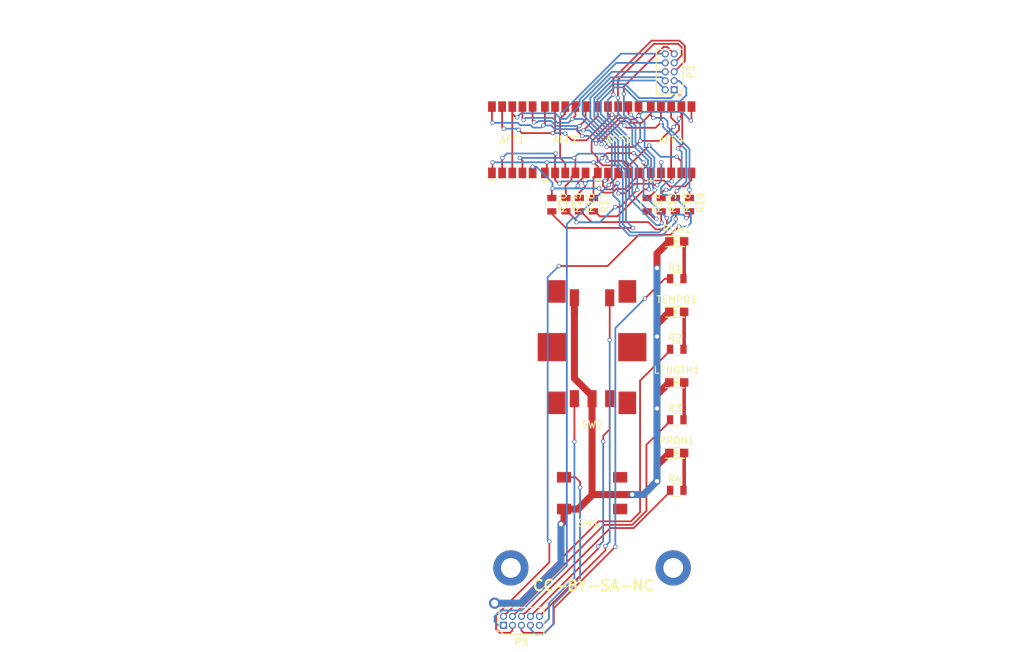
<source format=kicad_pcb>
(kicad_pcb (version 4) (host pcbnew 4.0.6)

  (general
    (links 67)
    (no_connects 0)
    (area -68.870001 -5.375 75.614283 86.900001)
    (thickness 1.6)
    (drawings 27)
    (tracks 725)
    (zones 0)
    (modules 27)
    (nets 34)
  )

  (page A4)
  (title_block
    (title pink0)
  )

  (layers
    (0 F.Cu signal)
    (31 B.Cu signal)
    (32 B.Adhes user)
    (33 F.Adhes user)
    (34 B.Paste user)
    (35 F.Paste user)
    (36 B.SilkS user)
    (37 F.SilkS user)
    (38 B.Mask user)
    (39 F.Mask user)
    (40 Dwgs.User user)
    (41 Cmts.User user)
    (42 Eco1.User user)
    (43 Eco2.User user)
    (44 Edge.Cuts user)
    (45 Margin user)
    (46 B.CrtYd user)
    (47 F.CrtYd user)
    (48 B.Fab user)
    (49 F.Fab user)
  )

  (setup
    (last_trace_width 0.25)
    (user_trace_width 0.5)
    (user_trace_width 1)
    (user_trace_width 2)
    (trace_clearance 0.2)
    (zone_clearance 0.4)
    (zone_45_only no)
    (trace_min 0.2)
    (segment_width 0.2)
    (edge_width 0.15)
    (via_size 0.6)
    (via_drill 0.4)
    (via_min_size 0.4)
    (via_min_drill 0.3)
    (user_via 1 0.6)
    (user_via 2 1.2)
    (uvia_size 0.3)
    (uvia_drill 0.1)
    (uvias_allowed no)
    (uvia_min_size 0.2)
    (uvia_min_drill 0.1)
    (pcb_text_width 0.3)
    (pcb_text_size 1.5 1.5)
    (mod_edge_width 0.15)
    (mod_text_size 1 1)
    (mod_text_width 0.15)
    (pad_size 1.6 1.6)
    (pad_drill 1)
    (pad_to_mask_clearance 0.2)
    (aux_axis_origin 0 0)
    (visible_elements FFFEFF7F)
    (pcbplotparams
      (layerselection 0x01ef0_80000001)
      (usegerberextensions false)
      (excludeedgelayer true)
      (linewidth 0.100000)
      (plotframeref false)
      (viasonmask false)
      (mode 1)
      (useauxorigin false)
      (hpglpennumber 1)
      (hpglpenspeed 20)
      (hpglpendiameter 15)
      (hpglpenoverlay 2)
      (psnegative false)
      (psa4output false)
      (plotreference true)
      (plotvalue true)
      (plotinvisibletext false)
      (padsonsilk false)
      (subtractmaskfromsilk false)
      (outputformat 1)
      (mirror false)
      (drillshape 0)
      (scaleselection 1)
      (outputdirectory gerber/))
  )

  (net 0 "")
  (net 1 Earth)
  (net 2 E)
  (net 3 D)
  (net 4 GPIO11)
  (net 5 C)
  (net 6 DP)
  (net 7 B)
  (net 8 A)
  (net 9 F)
  (net 10 G)
  (net 11 GPIO24)
  (net 12 GPIO22)
  (net 13 GPIO15)
  (net 14 "Net-(PPQN1-Pad2)")
  (net 15 "Net-(R1-Pad2)")
  (net 16 "Net-(R2-Pad2)")
  (net 17 GPIO8)
  (net 18 GPIO25)
  (net 19 GPIO10)
  (net 20 GPIO17)
  (net 21 GPIO9)
  (net 22 GPIO23)
  (net 23 GPIO4)
  (net 24 GPIO27)
  (net 25 "Net-(LENGTH1-Pad2)")
  (net 26 GPIO7)
  (net 27 GPIO3)
  (net 28 GPIO2)
  (net 29 GPIO5)
  (net 30 GPIO6)
  (net 31 GPIO19)
  (net 32 GPIO16)
  (net 33 T_LED)

  (net_class Default "This is the default net class."
    (clearance 0.2)
    (trace_width 0.25)
    (via_dia 0.6)
    (via_drill 0.4)
    (uvia_dia 0.3)
    (uvia_drill 0.1)
    (add_net A)
    (add_net B)
    (add_net C)
    (add_net D)
    (add_net DP)
    (add_net E)
    (add_net Earth)
    (add_net F)
    (add_net G)
    (add_net GPIO10)
    (add_net GPIO11)
    (add_net GPIO15)
    (add_net GPIO16)
    (add_net GPIO17)
    (add_net GPIO19)
    (add_net GPIO2)
    (add_net GPIO22)
    (add_net GPIO23)
    (add_net GPIO24)
    (add_net GPIO25)
    (add_net GPIO27)
    (add_net GPIO3)
    (add_net GPIO4)
    (add_net GPIO5)
    (add_net GPIO6)
    (add_net GPIO7)
    (add_net GPIO8)
    (add_net GPIO9)
    (add_net "Net-(LENGTH1-Pad2)")
    (add_net "Net-(PPQN1-Pad2)")
    (add_net "Net-(R1-Pad2)")
    (add_net "Net-(R2-Pad2)")
    (add_net T_LED)
  )

  (module raffilibkicad:ACSA02_KCSA02_7segment (layer F.Cu) (tedit 5997615A) (tstamp 5999E13E)
    (at 11.2 14.3)
    (path /599989DC)
    (fp_text reference AFF2 (at 0 0) (layer F.SilkS)
      (effects (font (size 1 1) (thickness 0.15)))
    )
    (fp_text value 7SEGMENTS (at 0.05 -6.3) (layer F.Fab) hide
      (effects (font (size 1 1) (thickness 0.15)))
    )
    (fp_line (start -3.35 5.8) (end -2.4 5.8) (layer F.SilkS) (width 0.15))
    (fp_line (start -3.45 -5) (end -3.45 5) (layer F.Fab) (width 0.15))
    (fp_line (start 3.45 -5) (end -3.45 -5) (layer F.Fab) (width 0.15))
    (fp_line (start 3.45 5) (end 3.45 -5) (layer F.Fab) (width 0.15))
    (fp_line (start -3.45 5) (end 3.45 5) (layer F.Fab) (width 0.15))
    (pad 1 smd rect (at -2.88 4.7) (size 1.1 1.5) (layers F.Cu F.Paste F.Mask)
      (net 2 E))
    (pad 2 smd rect (at -1.44 4.7) (size 1.1 1.5) (layers F.Cu F.Paste F.Mask)
      (net 3 D))
    (pad 3 smd rect (at 0 4.7) (size 1.1 1.5) (layers F.Cu F.Paste F.Mask)
      (net 11 GPIO24))
    (pad 4 smd rect (at 1.44 4.7) (size 1.1 1.5) (layers F.Cu F.Paste F.Mask)
      (net 5 C))
    (pad 5 smd rect (at 2.88 4.7) (size 1.1 1.5) (layers F.Cu F.Paste F.Mask)
      (net 6 DP))
    (pad 6 smd rect (at 2.88 -4.7) (size 1.1 1.5) (layers F.Cu F.Paste F.Mask)
      (net 7 B))
    (pad 7 smd rect (at 1.44 -4.7) (size 1.1 1.5) (layers F.Cu F.Paste F.Mask)
      (net 8 A))
    (pad 8 smd rect (at 0 -4.7) (size 1.1 1.5) (layers F.Cu F.Paste F.Mask)
      (net 11 GPIO24))
    (pad 9 smd rect (at -1.44 -4.7) (size 1.1 1.5) (layers F.Cu F.Paste F.Mask)
      (net 9 F))
    (pad 10 smd rect (at -2.88 -4.7) (size 1.1 1.5) (layers F.Cu F.Paste F.Mask)
      (net 10 G))
    (model ../../../../../Users/raffael/Documents/Projects_Electronix/seismic_industries/008b_KICAD/001_libraries/3D/7segment/ACSA02_KCSA02/ACSA02_KCSA02_7segment.wrl
      (at (xyz 0 0 0))
      (scale (xyz 0.394 0.394 0.394))
      (rotate (xyz 0 0 0))
    )
  )

  (module raffilibkicad:ACSA02_KCSA02_7segment (layer F.Cu) (tedit 5997615A) (tstamp 5999E130)
    (at 3.7 14.3)
    (path /59998912)
    (fp_text reference AFF1 (at 0 0) (layer F.SilkS)
      (effects (font (size 1 1) (thickness 0.15)))
    )
    (fp_text value 7SEGMENTS (at 0.05 -6.3) (layer F.Fab) hide
      (effects (font (size 1 1) (thickness 0.15)))
    )
    (fp_line (start -3.35 5.8) (end -2.4 5.8) (layer F.SilkS) (width 0.15))
    (fp_line (start -3.45 -5) (end -3.45 5) (layer F.Fab) (width 0.15))
    (fp_line (start 3.45 -5) (end -3.45 -5) (layer F.Fab) (width 0.15))
    (fp_line (start 3.45 5) (end 3.45 -5) (layer F.Fab) (width 0.15))
    (fp_line (start -3.45 5) (end 3.45 5) (layer F.Fab) (width 0.15))
    (pad 1 smd rect (at -2.88 4.7) (size 1.1 1.5) (layers F.Cu F.Paste F.Mask)
      (net 2 E))
    (pad 2 smd rect (at -1.44 4.7) (size 1.1 1.5) (layers F.Cu F.Paste F.Mask)
      (net 3 D))
    (pad 3 smd rect (at 0 4.7) (size 1.1 1.5) (layers F.Cu F.Paste F.Mask)
      (net 4 GPIO11))
    (pad 4 smd rect (at 1.44 4.7) (size 1.1 1.5) (layers F.Cu F.Paste F.Mask)
      (net 5 C))
    (pad 5 smd rect (at 2.88 4.7) (size 1.1 1.5) (layers F.Cu F.Paste F.Mask)
      (net 6 DP))
    (pad 6 smd rect (at 2.88 -4.7) (size 1.1 1.5) (layers F.Cu F.Paste F.Mask)
      (net 7 B))
    (pad 7 smd rect (at 1.44 -4.7) (size 1.1 1.5) (layers F.Cu F.Paste F.Mask)
      (net 8 A))
    (pad 8 smd rect (at 0 -4.7) (size 1.1 1.5) (layers F.Cu F.Paste F.Mask)
      (net 4 GPIO11))
    (pad 9 smd rect (at -1.44 -4.7) (size 1.1 1.5) (layers F.Cu F.Paste F.Mask)
      (net 9 F))
    (pad 10 smd rect (at -2.88 -4.7) (size 1.1 1.5) (layers F.Cu F.Paste F.Mask)
      (net 10 G))
    (model ../../../../../Users/raffael/Documents/Projects_Electronix/seismic_industries/008b_KICAD/001_libraries/3D/7segment/ACSA02_KCSA02/ACSA02_KCSA02_7segment.wrl
      (at (xyz 0 0 0))
      (scale (xyz 0.394 0.394 0.394))
      (rotate (xyz 0 0 0))
    )
  )

  (module raffilibkicad:ACSA02_KCSA02_7segment (layer F.Cu) (tedit 5997615A) (tstamp 5999E14C)
    (at 18.7 14.3)
    (path /59998A0F)
    (fp_text reference AFF3 (at 0 0) (layer F.SilkS)
      (effects (font (size 1 1) (thickness 0.15)))
    )
    (fp_text value 7SEGMENTS (at 0.05 -6.3) (layer F.Fab) hide
      (effects (font (size 1 1) (thickness 0.15)))
    )
    (fp_line (start -3.35 5.8) (end -2.4 5.8) (layer F.SilkS) (width 0.15))
    (fp_line (start -3.45 -5) (end -3.45 5) (layer F.Fab) (width 0.15))
    (fp_line (start 3.45 -5) (end -3.45 -5) (layer F.Fab) (width 0.15))
    (fp_line (start 3.45 5) (end 3.45 -5) (layer F.Fab) (width 0.15))
    (fp_line (start -3.45 5) (end 3.45 5) (layer F.Fab) (width 0.15))
    (pad 1 smd rect (at -2.88 4.7) (size 1.1 1.5) (layers F.Cu F.Paste F.Mask)
      (net 2 E))
    (pad 2 smd rect (at -1.44 4.7) (size 1.1 1.5) (layers F.Cu F.Paste F.Mask)
      (net 3 D))
    (pad 3 smd rect (at 0 4.7) (size 1.1 1.5) (layers F.Cu F.Paste F.Mask)
      (net 12 GPIO22))
    (pad 4 smd rect (at 1.44 4.7) (size 1.1 1.5) (layers F.Cu F.Paste F.Mask)
      (net 5 C))
    (pad 5 smd rect (at 2.88 4.7) (size 1.1 1.5) (layers F.Cu F.Paste F.Mask)
      (net 6 DP))
    (pad 6 smd rect (at 2.88 -4.7) (size 1.1 1.5) (layers F.Cu F.Paste F.Mask)
      (net 7 B))
    (pad 7 smd rect (at 1.44 -4.7) (size 1.1 1.5) (layers F.Cu F.Paste F.Mask)
      (net 8 A))
    (pad 8 smd rect (at 0 -4.7) (size 1.1 1.5) (layers F.Cu F.Paste F.Mask)
      (net 12 GPIO22))
    (pad 9 smd rect (at -1.44 -4.7) (size 1.1 1.5) (layers F.Cu F.Paste F.Mask)
      (net 9 F))
    (pad 10 smd rect (at -2.88 -4.7) (size 1.1 1.5) (layers F.Cu F.Paste F.Mask)
      (net 10 G))
    (model ../../../../../Users/raffael/Documents/Projects_Electronix/seismic_industries/008b_KICAD/001_libraries/3D/7segment/ACSA02_KCSA02/ACSA02_KCSA02_7segment.wrl
      (at (xyz 0 0 0))
      (scale (xyz 0.394 0.394 0.394))
      (rotate (xyz 0 0 0))
    )
  )

  (module raffilibkicad:ACSA02_KCSA02_7segment (layer F.Cu) (tedit 5997615A) (tstamp 5999E15A)
    (at 26.2 14.3)
    (path /59998A4D)
    (fp_text reference AFF4 (at 0 0) (layer F.SilkS)
      (effects (font (size 1 1) (thickness 0.15)))
    )
    (fp_text value 7SEGMENTS (at 0.05 -6.3) (layer F.Fab) hide
      (effects (font (size 1 1) (thickness 0.15)))
    )
    (fp_line (start -3.35 5.8) (end -2.4 5.8) (layer F.SilkS) (width 0.15))
    (fp_line (start -3.45 -5) (end -3.45 5) (layer F.Fab) (width 0.15))
    (fp_line (start 3.45 -5) (end -3.45 -5) (layer F.Fab) (width 0.15))
    (fp_line (start 3.45 5) (end 3.45 -5) (layer F.Fab) (width 0.15))
    (fp_line (start -3.45 5) (end 3.45 5) (layer F.Fab) (width 0.15))
    (pad 1 smd rect (at -2.88 4.7) (size 1.1 1.5) (layers F.Cu F.Paste F.Mask)
      (net 2 E))
    (pad 2 smd rect (at -1.44 4.7) (size 1.1 1.5) (layers F.Cu F.Paste F.Mask)
      (net 3 D))
    (pad 3 smd rect (at 0 4.7) (size 1.1 1.5) (layers F.Cu F.Paste F.Mask)
      (net 13 GPIO15))
    (pad 4 smd rect (at 1.44 4.7) (size 1.1 1.5) (layers F.Cu F.Paste F.Mask)
      (net 5 C))
    (pad 5 smd rect (at 2.88 4.7) (size 1.1 1.5) (layers F.Cu F.Paste F.Mask)
      (net 6 DP))
    (pad 6 smd rect (at 2.88 -4.7) (size 1.1 1.5) (layers F.Cu F.Paste F.Mask)
      (net 7 B))
    (pad 7 smd rect (at 1.44 -4.7) (size 1.1 1.5) (layers F.Cu F.Paste F.Mask)
      (net 8 A))
    (pad 8 smd rect (at 0 -4.7) (size 1.1 1.5) (layers F.Cu F.Paste F.Mask)
      (net 13 GPIO15))
    (pad 9 smd rect (at -1.44 -4.7) (size 1.1 1.5) (layers F.Cu F.Paste F.Mask)
      (net 9 F))
    (pad 10 smd rect (at -2.88 -4.7) (size 1.1 1.5) (layers F.Cu F.Paste F.Mask)
      (net 10 G))
    (model ../../../../../Users/raffael/Documents/Projects_Electronix/seismic_industries/008b_KICAD/001_libraries/3D/7segment/ACSA02_KCSA02/ACSA02_KCSA02_7segment.wrl
      (at (xyz 0 0 0))
      (scale (xyz 0.394 0.394 0.394))
      (rotate (xyz 0 0 0))
    )
  )

  (module raffilibkicad:ENCODER_PEC11_SMD (layer F.Cu) (tedit 599A7BD8) (tstamp 599AF5E2)
    (at 15 43.7)
    (path /599996EF)
    (fp_text reference SW2 (at 0 11) (layer F.SilkS)
      (effects (font (size 1 1) (thickness 0.15)))
    )
    (fp_text value Rotary_Encoder_Switch (at 0 -5.05) (layer F.Fab) hide
      (effects (font (size 1 1) (thickness 0.15)))
    )
    (fp_line (start -6.25 -6.7) (end -6.25 6.7) (layer F.Fab) (width 0.15))
    (fp_line (start -6.25 6.7) (end 6.25 6.7) (layer F.Fab) (width 0.15))
    (fp_line (start 6.25 6.7) (end 6.25 -6.7) (layer F.Fab) (width 0.15))
    (fp_line (start 6.25 -6.7) (end -6.25 -6.7) (layer F.Fab) (width 0.15))
    (pad 1 smd rect (at -2.5 7.3) (size 1.3 2.4) (layers F.Cu F.Paste F.Mask)
      (net 31 GPIO19))
    (pad 2 smd rect (at 0 7.3) (size 1.3 2.4) (layers F.Cu F.Paste F.Mask)
      (net 1 Earth))
    (pad 3 smd rect (at 2.5 7.3) (size 1.3 2.4) (layers F.Cu F.Paste F.Mask)
      (net 32 GPIO16))
    (pad 4 smd rect (at 2.5 -7) (size 1.3 2.4) (layers F.Cu F.Paste F.Mask)
      (net 30 GPIO6))
    (pad 5 smd rect (at -2.5 -7) (size 1.3 2.4) (layers F.Cu F.Paste F.Mask)
      (net 1 Earth))
    (pad 6 smd rect (at 5.7 0) (size 4 4) (layers F.Cu F.Paste F.Mask))
    (pad 7 smd rect (at -5.7 0) (size 4 4) (layers F.Cu F.Paste F.Mask))
    (pad "" np_thru_hole circle (at 0 0) (size 2.1 2.1) (drill 2.1) (layers *.Cu *.Mask)
      (solder_mask_margin 0.01))
    (pad "" np_thru_hole oval (at 0 4.5) (size 1.6 2.2) (drill oval 1.6 2.2) (layers *.Cu *.Mask)
      (solder_mask_margin 0.01))
    (pad "" smd rect (at -5 -7.9) (size 2.5 3.2) (layers F.Cu F.Paste F.Mask))
    (pad "" smd rect (at -5 7.9) (size 2.5 3.2) (layers F.Cu F.Paste F.Mask))
    (pad "" smd rect (at 5 7.9) (size 2.5 3.2) (layers F.Cu F.Paste F.Mask))
    (pad "" smd rect (at 5 -7.9) (size 2.5 3.2) (layers F.Cu F.Paste F.Mask))
    (model ../../../../../Users/raffael/Documents/Projects_Electronix/seismic_industries/008b_KICAD/001_libraries/3D/encoder/PEC11smd.wrl
      (at (xyz -0.07000000000000001 0.15 -0.015))
      (scale (xyz 0.394 0.394 0.394))
      (rotate (xyz 0 0 0))
    )
  )

  (module raffilibkicad:APEM_tactile_SMD_switch_6mm (layer F.Cu) (tedit 599A85D9) (tstamp 599B70A8)
    (at 15 64.4)
    (path /599996A7)
    (fp_text reference SW1 (at -0.5 4.25) (layer F.SilkS)
      (effects (font (size 1 1) (thickness 0.15)))
    )
    (fp_text value SW_PUSH_SMALL_H (at 0 -5) (layer F.Fab) hide
      (effects (font (size 1 1) (thickness 0.15)))
    )
    (fp_text user "Pinout nicht original" (at 11 0) (layer Cmts.User) hide
      (effects (font (size 1 1) (thickness 0.15)))
    )
    (fp_line (start 2 2.5) (end -2 2.5) (layer F.Fab) (width 0.15))
    (fp_line (start -2 -2) (end 2 -2) (layer F.Fab) (width 0.15))
    (fp_line (start 0 1) (end 0 2) (layer F.Fab) (width 0.15))
    (fp_line (start 0 -1) (end 1 1) (layer F.Fab) (width 0.15))
    (fp_line (start 0 -2) (end 0 -1) (layer F.Fab) (width 0.15))
    (fp_line (start 3 -3) (end -3 -3) (layer F.Fab) (width 0.15))
    (fp_line (start 3 3) (end 3 -3) (layer F.Fab) (width 0.15))
    (fp_line (start -3 3) (end 3 3) (layer F.Fab) (width 0.15))
    (fp_line (start -3 -3) (end -3 3) (layer F.Fab) (width 0.15))
    (pad 1 smd rect (at -3.975 -2.25) (size 2 1.5) (layers F.Cu F.Paste F.Mask)
      (net 29 GPIO5))
    (pad "" smd rect (at 3.975 -2.25) (size 2 1.5) (layers F.Cu F.Paste F.Mask))
    (pad "" smd rect (at 3.975 2.25) (size 2 1.5) (layers F.Cu F.Paste F.Mask))
    (pad 2 smd rect (at -3.975 2.25) (size 2 1.5) (layers F.Cu F.Paste F.Mask)
      (net 1 Earth))
  )

  (module raffilibkicad:PINHEAD_10_pin_jtag_connector (layer F.Cu) (tedit 5986ED5A) (tstamp 59A7A93E)
    (at 26 4.67 90)
    (path /59A7A7B6)
    (fp_text reference P3 (at 0 3 90) (layer F.SilkS)
      (effects (font (size 1 1) (thickness 0.15)))
    )
    (fp_text value CONN_02X05 (at 0 -3 90) (layer F.Fab) hide
      (effects (font (size 1 1) (thickness 0.15)))
    )
    (fp_circle (center -3.302 1.397) (end -3.175 1.397) (layer B.SilkS) (width 0.25))
    (fp_line (start -2.54 1.905) (end -3.175 1.27) (layer F.SilkS) (width 0.15))
    (fp_line (start 3.175 1.905) (end 3.175 -1.905) (layer F.SilkS) (width 0.15))
    (fp_line (start -2.54 1.905) (end 3.175 1.905) (layer F.SilkS) (width 0.15))
    (fp_line (start -3.175 -1.905) (end -3.175 1.27) (layer F.SilkS) (width 0.15))
    (fp_line (start 3.175 -1.905) (end -3.175 -1.905) (layer F.SilkS) (width 0.15))
    (pad 1 thru_hole rect (at -2.54 0.635 90) (size 1 1) (drill 0.65) (layers *.Cu *.Mask)
      (net 17 GPIO8))
    (pad 2 thru_hole circle (at -2.54 -0.635 90) (size 1 1) (drill 0.65) (layers *.Cu *.Mask)
      (net 24 GPIO27))
    (pad 3 thru_hole circle (at -1.27 0.635 90) (size 1 1) (drill 0.65) (layers *.Cu *.Mask)
      (net 18 GPIO25))
    (pad 4 thru_hole circle (at -1.27 -0.635 90) (size 1 1) (drill 0.65) (layers *.Cu *.Mask)
      (net 23 GPIO4))
    (pad 6 thru_hole circle (at 0 -0.635 90) (size 1 1) (drill 0.65) (layers *.Cu *.Mask)
      (net 22 GPIO23))
    (pad 8 thru_hole circle (at 1.27 -0.635 90) (size 1 1) (drill 0.65) (layers *.Cu *.Mask)
      (net 4 GPIO11))
    (pad 5 thru_hole circle (at 0 0.635 90) (size 1 1) (drill 0.65) (layers *.Cu *.Mask)
      (net 19 GPIO10))
    (pad 7 thru_hole circle (at 1.27 0.635 90) (size 1 1) (drill 0.65) (layers *.Cu *.Mask)
      (net 20 GPIO17))
    (pad 10 thru_hole circle (at 2.54 -0.635 90) (size 1 1) (drill 0.65) (layers *.Cu *.Mask)
      (net 11 GPIO24))
    (pad 9 thru_hole circle (at 2.54 0.635 90) (size 1 1) (drill 0.65) (layers *.Cu *.Mask)
      (net 21 GPIO9))
    (model ../../../../../Users/raffael/Documents/Projects_Electronix/seismic_industries/008b_KICAD/001_libraries/3D/pinheader/10pin_1_27mm_header_minitek_FCI.wrl
      (at (xyz -0.1 0 0))
      (scale (xyz 0.394 0.394 0.394))
      (rotate (xyz 270 0 0))
    )
  )

  (module raffilibkicad:R_0805 (layer F.Cu) (tedit 59109E52) (tstamp 59AA6963)
    (at 27 34)
    (descr "Resistor SMD 0805, reflow soldering, Vishay (see dcrcw.pdf)")
    (tags "resistor 0805")
    (path /59A7BD3D)
    (attr smd)
    (fp_text reference R1 (at -0.25 -1.6) (layer F.SilkS)
      (effects (font (size 1 1) (thickness 0.15)))
    )
    (fp_text value R (at 0 1.75) (layer F.Fab)
      (effects (font (size 1 1) (thickness 0.15)))
    )
    (fp_line (start -1 0.62) (end -1 -0.62) (layer F.Fab) (width 0.1))
    (fp_line (start 1 0.62) (end -1 0.62) (layer F.Fab) (width 0.1))
    (fp_line (start 1 -0.62) (end 1 0.62) (layer F.Fab) (width 0.1))
    (fp_line (start -1 -0.62) (end 1 -0.62) (layer F.Fab) (width 0.1))
    (fp_line (start 0.6 0.88) (end -0.6 0.88) (layer F.SilkS) (width 0.12))
    (fp_line (start -0.6 -0.88) (end 0.6 -0.88) (layer F.SilkS) (width 0.12))
    (fp_line (start -1.55 -0.9) (end 1.55 -0.9) (layer F.CrtYd) (width 0.05))
    (fp_line (start -1.55 -0.9) (end -1.55 0.9) (layer F.CrtYd) (width 0.05))
    (fp_line (start 1.55 0.9) (end 1.55 -0.9) (layer F.CrtYd) (width 0.05))
    (fp_line (start 1.55 0.9) (end -1.55 0.9) (layer F.CrtYd) (width 0.05))
    (pad 1 smd rect (at -0.95 0) (size 0.9 1.3) (layers F.Cu F.Paste F.Mask)
      (net 26 GPIO7))
    (pad 2 smd rect (at 0.95 0) (size 0.9 1.3) (layers F.Cu F.Paste F.Mask)
      (net 15 "Net-(R1-Pad2)"))
    (model ${KISYS3DMOD}/Resistors_SMD.3dshapes/R_0805.wrl
      (at (xyz 0 0 0))
      (scale (xyz 1 1 1))
      (rotate (xyz 0 0 0))
    )
  )

  (module raffilibkicad:R_0805 (layer F.Cu) (tedit 59109E52) (tstamp 59AA6969)
    (at 27 44)
    (descr "Resistor SMD 0805, reflow soldering, Vishay (see dcrcw.pdf)")
    (tags "resistor 0805")
    (path /59A7BDC3)
    (attr smd)
    (fp_text reference R2 (at -0.25 -1.6) (layer F.SilkS)
      (effects (font (size 1 1) (thickness 0.15)))
    )
    (fp_text value R (at 0 1.75) (layer F.Fab)
      (effects (font (size 1 1) (thickness 0.15)))
    )
    (fp_line (start -1 0.62) (end -1 -0.62) (layer F.Fab) (width 0.1))
    (fp_line (start 1 0.62) (end -1 0.62) (layer F.Fab) (width 0.1))
    (fp_line (start 1 -0.62) (end 1 0.62) (layer F.Fab) (width 0.1))
    (fp_line (start -1 -0.62) (end 1 -0.62) (layer F.Fab) (width 0.1))
    (fp_line (start 0.6 0.88) (end -0.6 0.88) (layer F.SilkS) (width 0.12))
    (fp_line (start -0.6 -0.88) (end 0.6 -0.88) (layer F.SilkS) (width 0.12))
    (fp_line (start -1.55 -0.9) (end 1.55 -0.9) (layer F.CrtYd) (width 0.05))
    (fp_line (start -1.55 -0.9) (end -1.55 0.9) (layer F.CrtYd) (width 0.05))
    (fp_line (start 1.55 0.9) (end 1.55 -0.9) (layer F.CrtYd) (width 0.05))
    (fp_line (start 1.55 0.9) (end -1.55 0.9) (layer F.CrtYd) (width 0.05))
    (pad 1 smd rect (at -0.95 0) (size 0.9 1.3) (layers F.Cu F.Paste F.Mask)
      (net 33 T_LED))
    (pad 2 smd rect (at 0.95 0) (size 0.9 1.3) (layers F.Cu F.Paste F.Mask)
      (net 16 "Net-(R2-Pad2)"))
    (model ${KISYS3DMOD}/Resistors_SMD.3dshapes/R_0805.wrl
      (at (xyz 0 0 0))
      (scale (xyz 1 1 1))
      (rotate (xyz 0 0 0))
    )
  )

  (module raffilibkicad:R_0805 (layer F.Cu) (tedit 59109E52) (tstamp 59AA696F)
    (at 27 54)
    (descr "Resistor SMD 0805, reflow soldering, Vishay (see dcrcw.pdf)")
    (tags "resistor 0805")
    (path /59A7BE3C)
    (attr smd)
    (fp_text reference R3 (at -0.25 -1.6) (layer F.SilkS)
      (effects (font (size 1 1) (thickness 0.15)))
    )
    (fp_text value R (at 0 1.75) (layer F.Fab)
      (effects (font (size 1 1) (thickness 0.15)))
    )
    (fp_line (start -1 0.62) (end -1 -0.62) (layer F.Fab) (width 0.1))
    (fp_line (start 1 0.62) (end -1 0.62) (layer F.Fab) (width 0.1))
    (fp_line (start 1 -0.62) (end 1 0.62) (layer F.Fab) (width 0.1))
    (fp_line (start -1 -0.62) (end 1 -0.62) (layer F.Fab) (width 0.1))
    (fp_line (start 0.6 0.88) (end -0.6 0.88) (layer F.SilkS) (width 0.12))
    (fp_line (start -0.6 -0.88) (end 0.6 -0.88) (layer F.SilkS) (width 0.12))
    (fp_line (start -1.55 -0.9) (end 1.55 -0.9) (layer F.CrtYd) (width 0.05))
    (fp_line (start -1.55 -0.9) (end -1.55 0.9) (layer F.CrtYd) (width 0.05))
    (fp_line (start 1.55 0.9) (end 1.55 -0.9) (layer F.CrtYd) (width 0.05))
    (fp_line (start 1.55 0.9) (end -1.55 0.9) (layer F.CrtYd) (width 0.05))
    (pad 1 smd rect (at -0.95 0) (size 0.9 1.3) (layers F.Cu F.Paste F.Mask)
      (net 27 GPIO3))
    (pad 2 smd rect (at 0.95 0) (size 0.9 1.3) (layers F.Cu F.Paste F.Mask)
      (net 25 "Net-(LENGTH1-Pad2)"))
    (model ${KISYS3DMOD}/Resistors_SMD.3dshapes/R_0805.wrl
      (at (xyz 0 0 0))
      (scale (xyz 1 1 1))
      (rotate (xyz 0 0 0))
    )
  )

  (module raffilibkicad:R_0805 (layer F.Cu) (tedit 59109E52) (tstamp 59AA6975)
    (at 27 64)
    (descr "Resistor SMD 0805, reflow soldering, Vishay (see dcrcw.pdf)")
    (tags "resistor 0805")
    (path /59A7BEB8)
    (attr smd)
    (fp_text reference R4 (at -0.25 -1.6) (layer F.SilkS)
      (effects (font (size 1 1) (thickness 0.15)))
    )
    (fp_text value R (at 0 1.75) (layer F.Fab)
      (effects (font (size 1 1) (thickness 0.15)))
    )
    (fp_line (start -1 0.62) (end -1 -0.62) (layer F.Fab) (width 0.1))
    (fp_line (start 1 0.62) (end -1 0.62) (layer F.Fab) (width 0.1))
    (fp_line (start 1 -0.62) (end 1 0.62) (layer F.Fab) (width 0.1))
    (fp_line (start -1 -0.62) (end 1 -0.62) (layer F.Fab) (width 0.1))
    (fp_line (start 0.6 0.88) (end -0.6 0.88) (layer F.SilkS) (width 0.12))
    (fp_line (start -0.6 -0.88) (end 0.6 -0.88) (layer F.SilkS) (width 0.12))
    (fp_line (start -1.55 -0.9) (end 1.55 -0.9) (layer F.CrtYd) (width 0.05))
    (fp_line (start -1.55 -0.9) (end -1.55 0.9) (layer F.CrtYd) (width 0.05))
    (fp_line (start 1.55 0.9) (end 1.55 -0.9) (layer F.CrtYd) (width 0.05))
    (fp_line (start 1.55 0.9) (end -1.55 0.9) (layer F.CrtYd) (width 0.05))
    (pad 1 smd rect (at -0.95 0) (size 0.9 1.3) (layers F.Cu F.Paste F.Mask)
      (net 28 GPIO2))
    (pad 2 smd rect (at 0.95 0) (size 0.9 1.3) (layers F.Cu F.Paste F.Mask)
      (net 14 "Net-(PPQN1-Pad2)"))
    (model ${KISYS3DMOD}/Resistors_SMD.3dshapes/R_0805.wrl
      (at (xyz 0 0 0))
      (scale (xyz 1 1 1))
      (rotate (xyz 0 0 0))
    )
  )

  (module raffilibkicad:R_0805 (layer F.Cu) (tedit 59109E52) (tstamp 59AA69AB)
    (at 24.8 23.5 270)
    (descr "Resistor SMD 0805, reflow soldering, Vishay (see dcrcw.pdf)")
    (tags "resistor 0805")
    (path /59A88D20)
    (attr smd)
    (fp_text reference R13 (at -0.25 -1.6 270) (layer F.SilkS)
      (effects (font (size 1 1) (thickness 0.15)))
    )
    (fp_text value R (at 0 1.75 270) (layer F.Fab)
      (effects (font (size 1 1) (thickness 0.15)))
    )
    (fp_line (start -1 0.62) (end -1 -0.62) (layer F.Fab) (width 0.1))
    (fp_line (start 1 0.62) (end -1 0.62) (layer F.Fab) (width 0.1))
    (fp_line (start 1 -0.62) (end 1 0.62) (layer F.Fab) (width 0.1))
    (fp_line (start -1 -0.62) (end 1 -0.62) (layer F.Fab) (width 0.1))
    (fp_line (start 0.6 0.88) (end -0.6 0.88) (layer F.SilkS) (width 0.12))
    (fp_line (start -0.6 -0.88) (end 0.6 -0.88) (layer F.SilkS) (width 0.12))
    (fp_line (start -1.55 -0.9) (end 1.55 -0.9) (layer F.CrtYd) (width 0.05))
    (fp_line (start -1.55 -0.9) (end -1.55 0.9) (layer F.CrtYd) (width 0.05))
    (fp_line (start 1.55 0.9) (end 1.55 -0.9) (layer F.CrtYd) (width 0.05))
    (fp_line (start 1.55 0.9) (end -1.55 0.9) (layer F.CrtYd) (width 0.05))
    (pad 1 smd rect (at -0.95 0 270) (size 0.9 1.3) (layers F.Cu F.Paste F.Mask)
      (net 8 A))
    (pad 2 smd rect (at 0.95 0 270) (size 0.9 1.3) (layers F.Cu F.Paste F.Mask)
      (net 17 GPIO8))
    (model ${KISYS3DMOD}/Resistors_SMD.3dshapes/R_0805.wrl
      (at (xyz 0 0 0))
      (scale (xyz 1 1 1))
      (rotate (xyz 0 0 0))
    )
  )

  (module raffilibkicad:R_0805 (layer F.Cu) (tedit 59109E52) (tstamp 59AA69B1)
    (at 22.8 23.5 270)
    (descr "Resistor SMD 0805, reflow soldering, Vishay (see dcrcw.pdf)")
    (tags "resistor 0805")
    (path /59A88F34)
    (attr smd)
    (fp_text reference R14 (at -0.25 -1.6 270) (layer F.SilkS)
      (effects (font (size 1 1) (thickness 0.15)))
    )
    (fp_text value R (at 0 1.75 270) (layer F.Fab)
      (effects (font (size 1 1) (thickness 0.15)))
    )
    (fp_line (start -1 0.62) (end -1 -0.62) (layer F.Fab) (width 0.1))
    (fp_line (start 1 0.62) (end -1 0.62) (layer F.Fab) (width 0.1))
    (fp_line (start 1 -0.62) (end 1 0.62) (layer F.Fab) (width 0.1))
    (fp_line (start -1 -0.62) (end 1 -0.62) (layer F.Fab) (width 0.1))
    (fp_line (start 0.6 0.88) (end -0.6 0.88) (layer F.SilkS) (width 0.12))
    (fp_line (start -0.6 -0.88) (end 0.6 -0.88) (layer F.SilkS) (width 0.12))
    (fp_line (start -1.55 -0.9) (end 1.55 -0.9) (layer F.CrtYd) (width 0.05))
    (fp_line (start -1.55 -0.9) (end -1.55 0.9) (layer F.CrtYd) (width 0.05))
    (fp_line (start 1.55 0.9) (end 1.55 -0.9) (layer F.CrtYd) (width 0.05))
    (fp_line (start 1.55 0.9) (end -1.55 0.9) (layer F.CrtYd) (width 0.05))
    (pad 1 smd rect (at -0.95 0 270) (size 0.9 1.3) (layers F.Cu F.Paste F.Mask)
      (net 7 B))
    (pad 2 smd rect (at 0.95 0 270) (size 0.9 1.3) (layers F.Cu F.Paste F.Mask)
      (net 18 GPIO25))
    (model ${KISYS3DMOD}/Resistors_SMD.3dshapes/R_0805.wrl
      (at (xyz 0 0 0))
      (scale (xyz 1 1 1))
      (rotate (xyz 0 0 0))
    )
  )

  (module raffilibkicad:R_0805 (layer F.Cu) (tedit 59109E52) (tstamp 59AA69B7)
    (at 11.3 23.5 270)
    (descr "Resistor SMD 0805, reflow soldering, Vishay (see dcrcw.pdf)")
    (tags "resistor 0805")
    (path /59A88FCD)
    (attr smd)
    (fp_text reference R15 (at -0.25 -1.6 270) (layer F.SilkS)
      (effects (font (size 1 1) (thickness 0.15)))
    )
    (fp_text value R (at 0 1.75 270) (layer F.Fab)
      (effects (font (size 1 1) (thickness 0.15)))
    )
    (fp_line (start -1 0.62) (end -1 -0.62) (layer F.Fab) (width 0.1))
    (fp_line (start 1 0.62) (end -1 0.62) (layer F.Fab) (width 0.1))
    (fp_line (start 1 -0.62) (end 1 0.62) (layer F.Fab) (width 0.1))
    (fp_line (start -1 -0.62) (end 1 -0.62) (layer F.Fab) (width 0.1))
    (fp_line (start 0.6 0.88) (end -0.6 0.88) (layer F.SilkS) (width 0.12))
    (fp_line (start -0.6 -0.88) (end 0.6 -0.88) (layer F.SilkS) (width 0.12))
    (fp_line (start -1.55 -0.9) (end 1.55 -0.9) (layer F.CrtYd) (width 0.05))
    (fp_line (start -1.55 -0.9) (end -1.55 0.9) (layer F.CrtYd) (width 0.05))
    (fp_line (start 1.55 0.9) (end 1.55 -0.9) (layer F.CrtYd) (width 0.05))
    (fp_line (start 1.55 0.9) (end -1.55 0.9) (layer F.CrtYd) (width 0.05))
    (pad 1 smd rect (at -0.95 0 270) (size 0.9 1.3) (layers F.Cu F.Paste F.Mask)
      (net 5 C))
    (pad 2 smd rect (at 0.95 0 270) (size 0.9 1.3) (layers F.Cu F.Paste F.Mask)
      (net 19 GPIO10))
    (model ${KISYS3DMOD}/Resistors_SMD.3dshapes/R_0805.wrl
      (at (xyz 0 0 0))
      (scale (xyz 1 1 1))
      (rotate (xyz 0 0 0))
    )
  )

  (module raffilibkicad:R_0805 (layer F.Cu) (tedit 59109E52) (tstamp 59AA69BD)
    (at 13.2 23.5 270)
    (descr "Resistor SMD 0805, reflow soldering, Vishay (see dcrcw.pdf)")
    (tags "resistor 0805")
    (path /59A89067)
    (attr smd)
    (fp_text reference R16 (at -0.25 -1.6 270) (layer F.SilkS)
      (effects (font (size 1 1) (thickness 0.15)))
    )
    (fp_text value R (at 0 1.75 270) (layer F.Fab)
      (effects (font (size 1 1) (thickness 0.15)))
    )
    (fp_line (start -1 0.62) (end -1 -0.62) (layer F.Fab) (width 0.1))
    (fp_line (start 1 0.62) (end -1 0.62) (layer F.Fab) (width 0.1))
    (fp_line (start 1 -0.62) (end 1 0.62) (layer F.Fab) (width 0.1))
    (fp_line (start -1 -0.62) (end 1 -0.62) (layer F.Fab) (width 0.1))
    (fp_line (start 0.6 0.88) (end -0.6 0.88) (layer F.SilkS) (width 0.12))
    (fp_line (start -0.6 -0.88) (end 0.6 -0.88) (layer F.SilkS) (width 0.12))
    (fp_line (start -1.55 -0.9) (end 1.55 -0.9) (layer F.CrtYd) (width 0.05))
    (fp_line (start -1.55 -0.9) (end -1.55 0.9) (layer F.CrtYd) (width 0.05))
    (fp_line (start 1.55 0.9) (end 1.55 -0.9) (layer F.CrtYd) (width 0.05))
    (fp_line (start 1.55 0.9) (end -1.55 0.9) (layer F.CrtYd) (width 0.05))
    (pad 1 smd rect (at -0.95 0 270) (size 0.9 1.3) (layers F.Cu F.Paste F.Mask)
      (net 3 D))
    (pad 2 smd rect (at 0.95 0 270) (size 0.9 1.3) (layers F.Cu F.Paste F.Mask)
      (net 20 GPIO17))
    (model ${KISYS3DMOD}/Resistors_SMD.3dshapes/R_0805.wrl
      (at (xyz 0 0 0))
      (scale (xyz 1 1 1))
      (rotate (xyz 0 0 0))
    )
  )

  (module raffilibkicad:R_0805 (layer F.Cu) (tedit 59109E52) (tstamp 59AA69C3)
    (at 15.2 23.5 270)
    (descr "Resistor SMD 0805, reflow soldering, Vishay (see dcrcw.pdf)")
    (tags "resistor 0805")
    (path /59A89106)
    (attr smd)
    (fp_text reference R17 (at -0.25 -1.6 270) (layer F.SilkS)
      (effects (font (size 1 1) (thickness 0.15)))
    )
    (fp_text value R (at 0 1.75 270) (layer F.Fab)
      (effects (font (size 1 1) (thickness 0.15)))
    )
    (fp_line (start -1 0.62) (end -1 -0.62) (layer F.Fab) (width 0.1))
    (fp_line (start 1 0.62) (end -1 0.62) (layer F.Fab) (width 0.1))
    (fp_line (start 1 -0.62) (end 1 0.62) (layer F.Fab) (width 0.1))
    (fp_line (start -1 -0.62) (end 1 -0.62) (layer F.Fab) (width 0.1))
    (fp_line (start 0.6 0.88) (end -0.6 0.88) (layer F.SilkS) (width 0.12))
    (fp_line (start -0.6 -0.88) (end 0.6 -0.88) (layer F.SilkS) (width 0.12))
    (fp_line (start -1.55 -0.9) (end 1.55 -0.9) (layer F.CrtYd) (width 0.05))
    (fp_line (start -1.55 -0.9) (end -1.55 0.9) (layer F.CrtYd) (width 0.05))
    (fp_line (start 1.55 0.9) (end 1.55 -0.9) (layer F.CrtYd) (width 0.05))
    (fp_line (start 1.55 0.9) (end -1.55 0.9) (layer F.CrtYd) (width 0.05))
    (pad 1 smd rect (at -0.95 0 270) (size 0.9 1.3) (layers F.Cu F.Paste F.Mask)
      (net 2 E))
    (pad 2 smd rect (at 0.95 0 270) (size 0.9 1.3) (layers F.Cu F.Paste F.Mask)
      (net 21 GPIO9))
    (model ${KISYS3DMOD}/Resistors_SMD.3dshapes/R_0805.wrl
      (at (xyz 0 0 0))
      (scale (xyz 1 1 1))
      (rotate (xyz 0 0 0))
    )
  )

  (module raffilibkicad:R_0805 (layer F.Cu) (tedit 59109E52) (tstamp 59AA69C9)
    (at 26.8 23.5 270)
    (descr "Resistor SMD 0805, reflow soldering, Vishay (see dcrcw.pdf)")
    (tags "resistor 0805")
    (path /59A891A6)
    (attr smd)
    (fp_text reference R18 (at -0.25 -1.6 270) (layer F.SilkS)
      (effects (font (size 1 1) (thickness 0.15)))
    )
    (fp_text value R (at 0 1.75 270) (layer F.Fab)
      (effects (font (size 1 1) (thickness 0.15)))
    )
    (fp_line (start -1 0.62) (end -1 -0.62) (layer F.Fab) (width 0.1))
    (fp_line (start 1 0.62) (end -1 0.62) (layer F.Fab) (width 0.1))
    (fp_line (start 1 -0.62) (end 1 0.62) (layer F.Fab) (width 0.1))
    (fp_line (start -1 -0.62) (end 1 -0.62) (layer F.Fab) (width 0.1))
    (fp_line (start 0.6 0.88) (end -0.6 0.88) (layer F.SilkS) (width 0.12))
    (fp_line (start -0.6 -0.88) (end 0.6 -0.88) (layer F.SilkS) (width 0.12))
    (fp_line (start -1.55 -0.9) (end 1.55 -0.9) (layer F.CrtYd) (width 0.05))
    (fp_line (start -1.55 -0.9) (end -1.55 0.9) (layer F.CrtYd) (width 0.05))
    (fp_line (start 1.55 0.9) (end 1.55 -0.9) (layer F.CrtYd) (width 0.05))
    (fp_line (start 1.55 0.9) (end -1.55 0.9) (layer F.CrtYd) (width 0.05))
    (pad 1 smd rect (at -0.95 0 270) (size 0.9 1.3) (layers F.Cu F.Paste F.Mask)
      (net 9 F))
    (pad 2 smd rect (at 0.95 0 270) (size 0.9 1.3) (layers F.Cu F.Paste F.Mask)
      (net 22 GPIO23))
    (model ${KISYS3DMOD}/Resistors_SMD.3dshapes/R_0805.wrl
      (at (xyz 0 0 0))
      (scale (xyz 1 1 1))
      (rotate (xyz 0 0 0))
    )
  )

  (module raffilibkicad:R_0805 (layer F.Cu) (tedit 59109E52) (tstamp 59AA69CF)
    (at 28.8 23.5 270)
    (descr "Resistor SMD 0805, reflow soldering, Vishay (see dcrcw.pdf)")
    (tags "resistor 0805")
    (path /59A89249)
    (attr smd)
    (fp_text reference R19 (at -0.25 -1.6 270) (layer F.SilkS)
      (effects (font (size 1 1) (thickness 0.15)))
    )
    (fp_text value R (at 0 1.75 270) (layer F.Fab)
      (effects (font (size 1 1) (thickness 0.15)))
    )
    (fp_line (start -1 0.62) (end -1 -0.62) (layer F.Fab) (width 0.1))
    (fp_line (start 1 0.62) (end -1 0.62) (layer F.Fab) (width 0.1))
    (fp_line (start 1 -0.62) (end 1 0.62) (layer F.Fab) (width 0.1))
    (fp_line (start -1 -0.62) (end 1 -0.62) (layer F.Fab) (width 0.1))
    (fp_line (start 0.6 0.88) (end -0.6 0.88) (layer F.SilkS) (width 0.12))
    (fp_line (start -0.6 -0.88) (end 0.6 -0.88) (layer F.SilkS) (width 0.12))
    (fp_line (start -1.55 -0.9) (end 1.55 -0.9) (layer F.CrtYd) (width 0.05))
    (fp_line (start -1.55 -0.9) (end -1.55 0.9) (layer F.CrtYd) (width 0.05))
    (fp_line (start 1.55 0.9) (end 1.55 -0.9) (layer F.CrtYd) (width 0.05))
    (fp_line (start 1.55 0.9) (end -1.55 0.9) (layer F.CrtYd) (width 0.05))
    (pad 1 smd rect (at -0.95 0 270) (size 0.9 1.3) (layers F.Cu F.Paste F.Mask)
      (net 10 G))
    (pad 2 smd rect (at 0.95 0 270) (size 0.9 1.3) (layers F.Cu F.Paste F.Mask)
      (net 23 GPIO4))
    (model ${KISYS3DMOD}/Resistors_SMD.3dshapes/R_0805.wrl
      (at (xyz 0 0 0))
      (scale (xyz 1 1 1))
      (rotate (xyz 0 0 0))
    )
  )

  (module raffilibkicad:R_0805 (layer F.Cu) (tedit 59109E52) (tstamp 59AA69D5)
    (at 9.3 23.5 270)
    (descr "Resistor SMD 0805, reflow soldering, Vishay (see dcrcw.pdf)")
    (tags "resistor 0805")
    (path /59A8A0EB)
    (attr smd)
    (fp_text reference R20 (at -0.25 -1.6 270) (layer F.SilkS)
      (effects (font (size 1 1) (thickness 0.15)))
    )
    (fp_text value R (at 0 1.75 270) (layer F.Fab)
      (effects (font (size 1 1) (thickness 0.15)))
    )
    (fp_line (start -1 0.62) (end -1 -0.62) (layer F.Fab) (width 0.1))
    (fp_line (start 1 0.62) (end -1 0.62) (layer F.Fab) (width 0.1))
    (fp_line (start 1 -0.62) (end 1 0.62) (layer F.Fab) (width 0.1))
    (fp_line (start -1 -0.62) (end 1 -0.62) (layer F.Fab) (width 0.1))
    (fp_line (start 0.6 0.88) (end -0.6 0.88) (layer F.SilkS) (width 0.12))
    (fp_line (start -0.6 -0.88) (end 0.6 -0.88) (layer F.SilkS) (width 0.12))
    (fp_line (start -1.55 -0.9) (end 1.55 -0.9) (layer F.CrtYd) (width 0.05))
    (fp_line (start -1.55 -0.9) (end -1.55 0.9) (layer F.CrtYd) (width 0.05))
    (fp_line (start 1.55 0.9) (end 1.55 -0.9) (layer F.CrtYd) (width 0.05))
    (fp_line (start 1.55 0.9) (end -1.55 0.9) (layer F.CrtYd) (width 0.05))
    (pad 1 smd rect (at -0.95 0 270) (size 0.9 1.3) (layers F.Cu F.Paste F.Mask)
      (net 6 DP))
    (pad 2 smd rect (at 0.95 0 270) (size 0.9 1.3) (layers F.Cu F.Paste F.Mask)
      (net 24 GPIO27))
    (model ${KISYS3DMOD}/Resistors_SMD.3dshapes/R_0805.wrl
      (at (xyz 0 0 0))
      (scale (xyz 1 1 1))
      (rotate (xyz 0 0 0))
    )
  )

  (module LEDs:LED_0805 (layer F.Cu) (tedit 55BDE1C2) (tstamp 59BA3B35)
    (at 27 48.7)
    (descr "LED 0805 smd package")
    (tags "LED 0805 SMD")
    (path /59A7B9E6)
    (attr smd)
    (fp_text reference LENGTH1 (at 0 -1.75) (layer F.SilkS)
      (effects (font (size 1 1) (thickness 0.15)))
    )
    (fp_text value LED (at 0 1.75) (layer F.Fab)
      (effects (font (size 1 1) (thickness 0.15)))
    )
    (fp_line (start -1.6 0.75) (end 1.1 0.75) (layer F.SilkS) (width 0.15))
    (fp_line (start -1.6 -0.75) (end 1.1 -0.75) (layer F.SilkS) (width 0.15))
    (fp_line (start -0.1 0.15) (end -0.1 -0.1) (layer F.SilkS) (width 0.15))
    (fp_line (start -0.1 -0.1) (end -0.25 0.05) (layer F.SilkS) (width 0.15))
    (fp_line (start -0.35 -0.35) (end -0.35 0.35) (layer F.SilkS) (width 0.15))
    (fp_line (start 0 0) (end 0.35 0) (layer F.SilkS) (width 0.15))
    (fp_line (start -0.35 0) (end 0 -0.35) (layer F.SilkS) (width 0.15))
    (fp_line (start 0 -0.35) (end 0 0.35) (layer F.SilkS) (width 0.15))
    (fp_line (start 0 0.35) (end -0.35 0) (layer F.SilkS) (width 0.15))
    (fp_line (start 1.9 -0.95) (end 1.9 0.95) (layer F.CrtYd) (width 0.05))
    (fp_line (start 1.9 0.95) (end -1.9 0.95) (layer F.CrtYd) (width 0.05))
    (fp_line (start -1.9 0.95) (end -1.9 -0.95) (layer F.CrtYd) (width 0.05))
    (fp_line (start -1.9 -0.95) (end 1.9 -0.95) (layer F.CrtYd) (width 0.05))
    (pad 2 smd rect (at 1.04902 0 180) (size 1.19888 1.19888) (layers F.Cu F.Paste F.Mask)
      (net 25 "Net-(LENGTH1-Pad2)"))
    (pad 1 smd rect (at -1.04902 0 180) (size 1.19888 1.19888) (layers F.Cu F.Paste F.Mask)
      (net 1 Earth))
    (model LEDs.3dshapes/LED_0805.wrl
      (at (xyz 0 0 0))
      (scale (xyz 1 1 1))
      (rotate (xyz 0 0 0))
    )
  )

  (module LEDs:LED_0805 (layer F.Cu) (tedit 55BDE1C2) (tstamp 59BA3B3A)
    (at 27 58.7)
    (descr "LED 0805 smd package")
    (tags "LED 0805 SMD")
    (path /59A7BA4C)
    (attr smd)
    (fp_text reference PPQN1 (at 0 -1.75) (layer F.SilkS)
      (effects (font (size 1 1) (thickness 0.15)))
    )
    (fp_text value LED (at 0 1.75) (layer F.Fab)
      (effects (font (size 1 1) (thickness 0.15)))
    )
    (fp_line (start -1.6 0.75) (end 1.1 0.75) (layer F.SilkS) (width 0.15))
    (fp_line (start -1.6 -0.75) (end 1.1 -0.75) (layer F.SilkS) (width 0.15))
    (fp_line (start -0.1 0.15) (end -0.1 -0.1) (layer F.SilkS) (width 0.15))
    (fp_line (start -0.1 -0.1) (end -0.25 0.05) (layer F.SilkS) (width 0.15))
    (fp_line (start -0.35 -0.35) (end -0.35 0.35) (layer F.SilkS) (width 0.15))
    (fp_line (start 0 0) (end 0.35 0) (layer F.SilkS) (width 0.15))
    (fp_line (start -0.35 0) (end 0 -0.35) (layer F.SilkS) (width 0.15))
    (fp_line (start 0 -0.35) (end 0 0.35) (layer F.SilkS) (width 0.15))
    (fp_line (start 0 0.35) (end -0.35 0) (layer F.SilkS) (width 0.15))
    (fp_line (start 1.9 -0.95) (end 1.9 0.95) (layer F.CrtYd) (width 0.05))
    (fp_line (start 1.9 0.95) (end -1.9 0.95) (layer F.CrtYd) (width 0.05))
    (fp_line (start -1.9 0.95) (end -1.9 -0.95) (layer F.CrtYd) (width 0.05))
    (fp_line (start -1.9 -0.95) (end 1.9 -0.95) (layer F.CrtYd) (width 0.05))
    (pad 2 smd rect (at 1.04902 0 180) (size 1.19888 1.19888) (layers F.Cu F.Paste F.Mask)
      (net 14 "Net-(PPQN1-Pad2)"))
    (pad 1 smd rect (at -1.04902 0 180) (size 1.19888 1.19888) (layers F.Cu F.Paste F.Mask)
      (net 1 Earth))
    (model LEDs.3dshapes/LED_0805.wrl
      (at (xyz 0 0 0))
      (scale (xyz 1 1 1))
      (rotate (xyz 0 0 0))
    )
  )

  (module LEDs:LED_0805 (layer F.Cu) (tedit 55BDE1C2) (tstamp 59BA3B3F)
    (at 27 28.7)
    (descr "LED 0805 smd package")
    (tags "LED 0805 SMD")
    (path /59A7B796)
    (attr smd)
    (fp_text reference RUN1 (at 0 -1.75) (layer F.SilkS)
      (effects (font (size 1 1) (thickness 0.15)))
    )
    (fp_text value LED (at 0 1.75) (layer F.Fab)
      (effects (font (size 1 1) (thickness 0.15)))
    )
    (fp_line (start -1.6 0.75) (end 1.1 0.75) (layer F.SilkS) (width 0.15))
    (fp_line (start -1.6 -0.75) (end 1.1 -0.75) (layer F.SilkS) (width 0.15))
    (fp_line (start -0.1 0.15) (end -0.1 -0.1) (layer F.SilkS) (width 0.15))
    (fp_line (start -0.1 -0.1) (end -0.25 0.05) (layer F.SilkS) (width 0.15))
    (fp_line (start -0.35 -0.35) (end -0.35 0.35) (layer F.SilkS) (width 0.15))
    (fp_line (start 0 0) (end 0.35 0) (layer F.SilkS) (width 0.15))
    (fp_line (start -0.35 0) (end 0 -0.35) (layer F.SilkS) (width 0.15))
    (fp_line (start 0 -0.35) (end 0 0.35) (layer F.SilkS) (width 0.15))
    (fp_line (start 0 0.35) (end -0.35 0) (layer F.SilkS) (width 0.15))
    (fp_line (start 1.9 -0.95) (end 1.9 0.95) (layer F.CrtYd) (width 0.05))
    (fp_line (start 1.9 0.95) (end -1.9 0.95) (layer F.CrtYd) (width 0.05))
    (fp_line (start -1.9 0.95) (end -1.9 -0.95) (layer F.CrtYd) (width 0.05))
    (fp_line (start -1.9 -0.95) (end 1.9 -0.95) (layer F.CrtYd) (width 0.05))
    (pad 2 smd rect (at 1.04902 0 180) (size 1.19888 1.19888) (layers F.Cu F.Paste F.Mask)
      (net 15 "Net-(R1-Pad2)"))
    (pad 1 smd rect (at -1.04902 0 180) (size 1.19888 1.19888) (layers F.Cu F.Paste F.Mask)
      (net 1 Earth))
    (model LEDs.3dshapes/LED_0805.wrl
      (at (xyz 0 0 0))
      (scale (xyz 1 1 1))
      (rotate (xyz 0 0 0))
    )
  )

  (module LEDs:LED_0805 (layer F.Cu) (tedit 55BDE1C2) (tstamp 59BA3B44)
    (at 27 38.7)
    (descr "LED 0805 smd package")
    (tags "LED 0805 SMD")
    (path /59A7B986)
    (attr smd)
    (fp_text reference TEMPO1 (at 0 -1.75) (layer F.SilkS)
      (effects (font (size 1 1) (thickness 0.15)))
    )
    (fp_text value LED (at 0 1.75) (layer F.Fab)
      (effects (font (size 1 1) (thickness 0.15)))
    )
    (fp_line (start -1.6 0.75) (end 1.1 0.75) (layer F.SilkS) (width 0.15))
    (fp_line (start -1.6 -0.75) (end 1.1 -0.75) (layer F.SilkS) (width 0.15))
    (fp_line (start -0.1 0.15) (end -0.1 -0.1) (layer F.SilkS) (width 0.15))
    (fp_line (start -0.1 -0.1) (end -0.25 0.05) (layer F.SilkS) (width 0.15))
    (fp_line (start -0.35 -0.35) (end -0.35 0.35) (layer F.SilkS) (width 0.15))
    (fp_line (start 0 0) (end 0.35 0) (layer F.SilkS) (width 0.15))
    (fp_line (start -0.35 0) (end 0 -0.35) (layer F.SilkS) (width 0.15))
    (fp_line (start 0 -0.35) (end 0 0.35) (layer F.SilkS) (width 0.15))
    (fp_line (start 0 0.35) (end -0.35 0) (layer F.SilkS) (width 0.15))
    (fp_line (start 1.9 -0.95) (end 1.9 0.95) (layer F.CrtYd) (width 0.05))
    (fp_line (start 1.9 0.95) (end -1.9 0.95) (layer F.CrtYd) (width 0.05))
    (fp_line (start -1.9 0.95) (end -1.9 -0.95) (layer F.CrtYd) (width 0.05))
    (fp_line (start -1.9 -0.95) (end 1.9 -0.95) (layer F.CrtYd) (width 0.05))
    (pad 2 smd rect (at 1.04902 0 180) (size 1.19888 1.19888) (layers F.Cu F.Paste F.Mask)
      (net 16 "Net-(R2-Pad2)"))
    (pad 1 smd rect (at -1.04902 0 180) (size 1.19888 1.19888) (layers F.Cu F.Paste F.Mask)
      (net 1 Earth))
    (model LEDs.3dshapes/LED_0805.wrl
      (at (xyz 0 0 0))
      (scale (xyz 1 1 1))
      (rotate (xyz 0 0 0))
    )
  )

  (module raffilibkicad:PINHEAD_10_pin_jtag_connector (layer F.Cu) (tedit 5986ED5A) (tstamp 59C3C164)
    (at 5 82.5)
    (path /59C3F180)
    (fp_text reference P5 (at 0 3) (layer F.SilkS)
      (effects (font (size 1 1) (thickness 0.15)))
    )
    (fp_text value CONN_02X05 (at 0 -3) (layer F.Fab) hide
      (effects (font (size 1 1) (thickness 0.15)))
    )
    (fp_circle (center -3.302 1.397) (end -3.175 1.397) (layer B.SilkS) (width 0.25))
    (fp_line (start -2.54 1.905) (end -3.175 1.27) (layer F.SilkS) (width 0.15))
    (fp_line (start 3.175 1.905) (end 3.175 -1.905) (layer F.SilkS) (width 0.15))
    (fp_line (start -2.54 1.905) (end 3.175 1.905) (layer F.SilkS) (width 0.15))
    (fp_line (start -3.175 -1.905) (end -3.175 1.27) (layer F.SilkS) (width 0.15))
    (fp_line (start 3.175 -1.905) (end -3.175 -1.905) (layer F.SilkS) (width 0.15))
    (pad 1 thru_hole rect (at -2.54 0.635) (size 1 1) (drill 0.65) (layers *.Cu *.Mask)
      (net 12 GPIO22))
    (pad 2 thru_hole circle (at -2.54 -0.635) (size 1 1) (drill 0.65) (layers *.Cu *.Mask)
      (net 33 T_LED))
    (pad 3 thru_hole circle (at -1.27 0.635) (size 1 1) (drill 0.65) (layers *.Cu *.Mask)
      (net 13 GPIO15))
    (pad 4 thru_hole circle (at -1.27 -0.635) (size 1 1) (drill 0.65) (layers *.Cu *.Mask)
      (net 27 GPIO3))
    (pad 6 thru_hole circle (at 0 -0.635) (size 1 1) (drill 0.65) (layers *.Cu *.Mask)
      (net 28 GPIO2))
    (pad 8 thru_hole circle (at 1.27 -0.635) (size 1 1) (drill 0.65) (layers *.Cu *.Mask)
      (net 32 GPIO16))
    (pad 5 thru_hole circle (at 0 0.635) (size 1 1) (drill 0.65) (layers *.Cu *.Mask)
      (net 26 GPIO7))
    (pad 7 thru_hole circle (at 1.27 0.635) (size 1 1) (drill 0.65) (layers *.Cu *.Mask)
      (net 29 GPIO5))
    (pad 10 thru_hole circle (at 2.54 -0.635) (size 1 1) (drill 0.65) (layers *.Cu *.Mask)
      (net 30 GPIO6))
    (pad 9 thru_hole circle (at 2.54 0.635) (size 1 1) (drill 0.65) (layers *.Cu *.Mask)
      (net 31 GPIO19))
    (model ../../../../../Users/raffael/Documents/Projects_Electronix/seismic_industries/008b_KICAD/001_libraries/3D/pinheader/10pin_1_27mm_header_minitek_FCI.wrl
      (at (xyz -0.1 0 0))
      (scale (xyz 0.394 0.394 0.394))
      (rotate (xyz 270 0 0))
    )
  )

  (module raffilibkicad:VIA_0.6mm (layer F.Cu) (tedit 59D90992) (tstamp 59D9670C)
    (at 3 75)
    (fp_text reference REF** (at 0 1.6) (layer F.SilkS) hide
      (effects (font (size 1 1) (thickness 0.15)))
    )
    (fp_text value VIA_0.6mm (at 0 -1.6) (layer F.Fab) hide
      (effects (font (size 1 1) (thickness 0.15)))
    )
    (pad 1 thru_hole circle (at 0.5 0) (size 5 5) (drill 2.8) (layers *.Cu)
      (zone_connect 2))
  )

  (module raffilibkicad:VIA_0.6mm (layer F.Cu) (tedit 59D90999) (tstamp 59D96711)
    (at 27 75)
    (fp_text reference REF** (at 0 1.6) (layer F.SilkS) hide
      (effects (font (size 1 1) (thickness 0.15)))
    )
    (fp_text value VIA_0.6mm (at 0 -1.6) (layer F.Fab) hide
      (effects (font (size 1 1) (thickness 0.15)))
    )
    (pad 1 thru_hole circle (at -0.5 0) (size 5 5) (drill 2.8) (layers *.Cu)
      (zone_connect 2))
  )

  (module raffilibkicad:VIA_0.6mm (layer F.Cu) (tedit 5A0D4839) (tstamp 5A0DAAD9)
    (at 1.2 80)
    (fp_text reference REF** (at 0 1.6) (layer F.SilkS) hide
      (effects (font (size 1 1) (thickness 0.15)))
    )
    (fp_text value VIA_0.6mm (at 0 -1.6) (layer F.Fab) hide
      (effects (font (size 1 1) (thickness 0.15)))
    )
    (pad 1 thru_hole circle (at 0 0) (size 1.6 1.6) (drill 1) (layers *.Cu *.Mask)
      (net 1 Earth) (zone_connect 2))
  )

  (gr_text CC-BY-SA-NC (at 15.2 77.5) (layer F.SilkS)
    (effects (font (size 1.5 1.5) (thickness 0.3)))
  )
  (gr_text "14.935 / 4.67\n14.965/5.64  <- imported values from mainboard file\n" (at 11.9 -2.9) (layer Dwgs.User)
    (effects (font (size 1.5 1.5) (thickness 0.3)) (justify left))
  )
  (gr_line (start -2.17 40.05) (end -68.77 40.05) (layer Dwgs.User) (width 0.2) (tstamp 59CC8882))
  (gr_line (start -2.07 70.05) (end -68.67 70.05) (layer Dwgs.User) (width 0.2) (tstamp 59CC8879))
  (gr_line (start -2 55.05) (end -68.6 55.05) (layer Dwgs.User) (width 0.2) (tstamp 59C720DD))
  (gr_line (start -47.2 10.35) (end 72.8 10.35) (layer Dwgs.User) (width 0.2) (tstamp 59C6A1E3))
  (gr_line (start 8.2 34) (end 8.2 20) (layer Eco2.User) (width 0.2))
  (gr_line (start 7 34) (end 8.2 34) (layer Eco2.User) (width 0.2))
  (gr_line (start -0.6 44.7) (end 66 44.7) (layer Dwgs.User) (width 0.2))
  (gr_line (start 7 72.2) (end 0 72.2) (layer Eco2.User) (width 0.2))
  (gr_line (start 7 34) (end 7 72.2) (layer Eco2.User) (width 0.2))
  (gr_line (start 0 20) (end 8.2 20) (layer Eco2.User) (width 0.2))
  (gr_line (start 1.25 17.75) (end 1.25 10.75) (layer Dwgs.User) (width 0.2))
  (gr_line (start 28.75 10.75) (end 28.75 17.75) (layer Dwgs.User) (width 0.2))
  (gr_line (start 11 85.8) (end 0 85.8) (layer Eco2.User) (width 0.2) (tstamp 59A72DB7))
  (gr_line (start -49.6 86.8) (end 70.4 86.8) (layer Dwgs.User) (width 0.2) (tstamp 59A72DB5))
  (gr_line (start -50 80) (end 70 80) (layer Dwgs.User) (width 0.2))
  (gr_line (start 0 72.2) (end 0 85.8) (layer Eco2.User) (width 0.2))
  (gr_arc (start 10.2 6.5) (end 12.2 6.5) (angle 90) (layer Eco2.User) (width 0.2) (tstamp 599B7492))
  (gr_arc (start 13 81) (end 11 81) (angle 90) (layer Eco2.User) (width 0.2))
  (gr_line (start 30 79) (end 30 0) (layer Eco2.User) (width 0.2))
  (gr_line (start 13 79) (end 30 79) (layer Eco2.User) (width 0.2))
  (gr_line (start 11 85.8) (end 11 81) (layer Eco2.User) (width 0.2))
  (gr_line (start 0 8.5) (end 0 20) (layer Eco2.User) (width 0.2))
  (gr_line (start 12.2 0) (end 30 0) (layer Eco2.User) (width 0.2))
  (gr_line (start 12.2 6.5) (end 12.2 0) (layer Eco2.User) (width 0.2))
  (gr_line (start 10.2 8.5) (end 0 8.5) (layer Eco2.User) (width 0.2))

  (segment (start 2.33137 80) (end 1.2 80) (width 1) (layer B.Cu) (net 1))
  (segment (start 4.9 80) (end 2.33137 80) (width 1) (layer B.Cu) (net 1))
  (segment (start 10.599622 74.300378) (end 4.9 80) (width 1) (layer B.Cu) (net 1))
  (segment (start 10.599622 68.800094) (end 10.599622 74.300378) (width 1) (layer B.Cu) (net 1))
  (via (at 10.599622 68.800094) (size 1) (drill 0.6) (layers F.Cu B.Cu) (net 1))
  (segment (start 10.624906 68.800094) (end 10.599622 68.800094) (width 1) (layer F.Cu) (net 1))
  (segment (start 11.025 68.4) (end 10.624906 68.800094) (width 1) (layer F.Cu) (net 1))
  (segment (start 11.025 66.65) (end 11.025 68.4) (width 1) (layer F.Cu) (net 1))
  (segment (start 25.95098 28.7) (end 25.93 28.7) (width 1) (layer F.Cu) (net 1))
  (segment (start 25.93 28.7) (end 24.2 30.43) (width 1) (layer F.Cu) (net 1))
  (segment (start 24.2 30.43) (end 24.2 32) (width 1) (layer F.Cu) (net 1))
  (segment (start 24.2 32) (end 24.2 32.5) (width 1) (layer F.Cu) (net 1))
  (segment (start 24.2 62.7) (end 24.2 60.46) (width 1) (layer F.Cu) (net 1))
  (segment (start 24.2 60.46) (end 25.95098 58.70902) (width 1) (layer F.Cu) (net 1))
  (segment (start 25.95098 58.70902) (end 25.95098 58.7) (width 1) (layer F.Cu) (net 1))
  (segment (start 24.2 52.4) (end 24.2 50.45) (width 1) (layer F.Cu) (net 1))
  (segment (start 24.2 50.45) (end 25.95 48.7) (width 1) (layer F.Cu) (net 1))
  (segment (start 25.95 48.7) (end 25.95098 48.7) (width 1) (layer F.Cu) (net 1))
  (segment (start 24.2 42.2) (end 24.2 40.45098) (width 1) (layer F.Cu) (net 1))
  (segment (start 24.2 40.45098) (end 25.95098 38.7) (width 1) (layer F.Cu) (net 1))
  (segment (start 15 51) (end 15 50.621334) (width 1) (layer F.Cu) (net 1))
  (segment (start 15 50.621334) (end 12.5 48.121334) (width 1) (layer F.Cu) (net 1))
  (segment (start 12.5 48.121334) (end 12.5 38.9) (width 1) (layer F.Cu) (net 1))
  (segment (start 12.5 38.9) (end 12.5 36.7) (width 1) (layer F.Cu) (net 1))
  (segment (start 15 54.8) (end 15 51) (width 1) (layer F.Cu) (net 1))
  (segment (start 24.2 42.2) (end 24.2 41.9) (width 1) (layer F.Cu) (net 1))
  (segment (start 24.2 42.2) (end 24.2 32.5) (width 1) (layer B.Cu) (net 1))
  (via (at 24.2 32.5) (size 1) (drill 0.6) (layers F.Cu B.Cu) (net 1))
  (segment (start 24.2 51.692894) (end 24.2 42.2) (width 1) (layer B.Cu) (net 1))
  (via (at 24.2 42.2) (size 1) (drill 0.6) (layers F.Cu B.Cu) (net 1))
  (segment (start 24.2 52.4) (end 24.2 51.692894) (width 1) (layer B.Cu) (net 1))
  (segment (start 24.2 62.7) (end 24.2 52.4) (width 1) (layer B.Cu) (net 1))
  (via (at 24.2 52.4) (size 1) (drill 0.6) (layers F.Cu B.Cu) (net 1))
  (segment (start 20.7 64.6) (end 22.3 64.6) (width 1) (layer B.Cu) (net 1))
  (segment (start 22.3 64.6) (end 24.2 62.7) (width 1) (layer B.Cu) (net 1))
  (via (at 24.2 62.7) (size 1) (drill 0.6) (layers F.Cu B.Cu) (net 1))
  (segment (start 15.075 64.6) (end 20.7 64.6) (width 1) (layer F.Cu) (net 1))
  (via (at 20.7 64.6) (size 1) (drill 0.6) (layers F.Cu B.Cu) (net 1))
  (segment (start 13.025 66.65) (end 15.075 64.6) (width 1) (layer F.Cu) (net 1))
  (segment (start 15 54.8) (end 15 54.421334) (width 1) (layer F.Cu) (net 1))
  (segment (start 15.1 64.575) (end 15 64.475) (width 1) (layer F.Cu) (net 1))
  (segment (start 15 64.475) (end 15 54.8) (width 1) (layer F.Cu) (net 1))
  (segment (start 11.025 66.65) (end 13.025 66.65) (width 1) (layer F.Cu) (net 1))
  (segment (start 13.025 66.65) (end 15.1 64.575) (width 1) (layer F.Cu) (net 1))
  (segment (start 0.9 17.5) (end 0.9 18.92) (width 0.25) (layer F.Cu) (net 2))
  (segment (start 0.9 18.92) (end 0.82 19) (width 0.25) (layer F.Cu) (net 2))
  (segment (start 3.6 17.5) (end 0.9 17.5) (width 0.25) (layer B.Cu) (net 2))
  (via (at 0.9 17.5) (size 0.6) (drill 0.4) (layers F.Cu B.Cu) (net 2))
  (segment (start 5.7 17.5) (end 3.6 17.5) (width 0.25) (layer B.Cu) (net 2))
  (segment (start 8.6 17.5) (end 5.7 17.5) (width 0.25) (layer B.Cu) (net 2))
  (segment (start 20.475736 16.2) (end 20.9 16.2) (width 0.25) (layer F.Cu) (net 2))
  (segment (start 21 16.2) (end 20.9 16.2) (width 0.25) (layer B.Cu) (net 2))
  (segment (start 22.3 17.5) (end 21 16.2) (width 0.25) (layer B.Cu) (net 2))
  (via (at 20.9 16.2) (size 0.6) (drill 0.4) (layers F.Cu B.Cu) (net 2))
  (segment (start 17.1 16.2) (end 20.475736 16.2) (width 0.25) (layer F.Cu) (net 2))
  (segment (start 16.4 16.9) (end 17.1 16.2) (width 0.25) (layer F.Cu) (net 2))
  (segment (start 22.3 17.78) (end 22.3 17.5) (width 0.25) (layer F.Cu) (net 2))
  (segment (start 23.32 18.8) (end 22.3 17.78) (width 0.25) (layer F.Cu) (net 2))
  (via (at 22.3 17.5) (size 0.6) (drill 0.4) (layers F.Cu B.Cu) (net 2))
  (segment (start 23.32 19) (end 23.32 18.8) (width 0.25) (layer F.Cu) (net 2))
  (segment (start 15.8 17.5) (end 16.4 16.9) (width 0.25) (layer B.Cu) (net 2))
  (via (at 16.4 16.9) (size 0.6) (drill 0.4) (layers F.Cu B.Cu) (net 2))
  (segment (start 15.2 17.5) (end 15.8 17.5) (width 0.25) (layer B.Cu) (net 2))
  (segment (start 8.6 17.5) (end 8.6 18.72) (width 0.25) (layer F.Cu) (net 2))
  (segment (start 8.6 18.72) (end 8.32 19) (width 0.25) (layer F.Cu) (net 2))
  (segment (start 15.2 17.5) (end 8.6 17.5) (width 0.25) (layer B.Cu) (net 2))
  (via (at 8.6 17.5) (size 0.6) (drill 0.4) (layers F.Cu B.Cu) (net 2))
  (segment (start 15.82 19) (end 15.82 18.12) (width 0.25) (layer F.Cu) (net 2))
  (segment (start 15.82 18.12) (end 15.2 17.5) (width 0.25) (layer F.Cu) (net 2))
  (via (at 15.2 17.5) (size 0.6) (drill 0.4) (layers F.Cu B.Cu) (net 2))
  (segment (start 15.2 22.55) (end 15.2 19.62) (width 0.25) (layer F.Cu) (net 2))
  (segment (start 15.2 19.62) (end 15.82 19) (width 0.25) (layer F.Cu) (net 2))
  (segment (start 2.26 16.91499) (end 2.3 16.87499) (width 0.25) (layer F.Cu) (net 3))
  (segment (start 2.26 19) (end 2.26 16.91499) (width 0.25) (layer F.Cu) (net 3))
  (segment (start 2.599999 16.574991) (end 2.3 16.87499) (width 0.25) (layer B.Cu) (net 3))
  (segment (start 2.925002 16.249988) (end 2.599999 16.574991) (width 0.25) (layer B.Cu) (net 3))
  (segment (start 9.832978 16.249988) (end 2.925002 16.249988) (width 0.25) (layer B.Cu) (net 3))
  (via (at 2.3 16.87499) (size 0.6) (drill 0.4) (layers F.Cu B.Cu) (net 3))
  (segment (start 24.529386 20.411059) (end 24.229387 20.711058) (width 0.25) (layer B.Cu) (net 3))
  (segment (start 24.8 17.5) (end 24.8 20.140445) (width 0.25) (layer B.Cu) (net 3))
  (segment (start 24.8 20.140445) (end 24.529386 20.411059) (width 0.25) (layer B.Cu) (net 3))
  (segment (start 21.02762 20.53597) (end 19.667985 21.895605) (width 0.25) (layer F.Cu) (net 3))
  (segment (start 24.229387 20.711058) (end 23.805123 20.711058) (width 0.25) (layer F.Cu) (net 3))
  (segment (start 19.149243 21.895605) (end 18.724979 21.895605) (width 0.25) (layer F.Cu) (net 3))
  (via (at 18.724979 21.895605) (size 0.6) (drill 0.4) (layers F.Cu B.Cu) (net 3))
  (segment (start 19.667985 21.895605) (end 19.149243 21.895605) (width 0.25) (layer F.Cu) (net 3))
  (segment (start 23.630035 20.53597) (end 21.02762 20.53597) (width 0.25) (layer F.Cu) (net 3))
  (segment (start 18.624979 21.795605) (end 18.724979 21.895605) (width 0.25) (layer B.Cu) (net 3))
  (segment (start 18.624979 20.455105) (end 18.624979 21.795605) (width 0.25) (layer B.Cu) (net 3))
  (segment (start 23.805123 20.711058) (end 23.630035 20.53597) (width 0.25) (layer F.Cu) (net 3))
  (via (at 18.624979 20.455105) (size 0.6) (drill 0.4) (layers F.Cu B.Cu) (net 3))
  (segment (start 16.545615 20.807231) (end 16.545615 20.411741) (width 0.25) (layer F.Cu) (net 3))
  (segment (start 17.732039 21.336581) (end 17.074965 21.336581) (width 0.25) (layer F.Cu) (net 3))
  (segment (start 16.545615 20.411741) (end 16.845614 20.111742) (width 0.25) (layer F.Cu) (net 3))
  (segment (start 18.32498 20.755104) (end 18.313516 20.755104) (width 0.25) (layer F.Cu) (net 3))
  (segment (start 18.313516 20.755104) (end 17.732039 21.336581) (width 0.25) (layer F.Cu) (net 3))
  (segment (start 17.074965 21.336581) (end 16.545615 20.807231) (width 0.25) (layer F.Cu) (net 3))
  (segment (start 18.624979 20.455105) (end 18.32498 20.755104) (width 0.25) (layer F.Cu) (net 3))
  (segment (start 16.42135 20.111742) (end 16.845614 20.111742) (width 0.25) (layer B.Cu) (net 3))
  (segment (start 17.148258 20.111742) (end 16.845614 20.111742) (width 0.25) (layer F.Cu) (net 3))
  (via (at 16.845614 20.111742) (size 0.6) (drill 0.4) (layers F.Cu B.Cu) (net 3))
  (segment (start 14.039631 20.514456) (end 14.442345 20.111742) (width 0.25) (layer B.Cu) (net 3))
  (segment (start 14.442345 20.111742) (end 16.42135 20.111742) (width 0.25) (layer B.Cu) (net 3))
  (segment (start 17.26 19) (end 17.26 20) (width 0.25) (layer F.Cu) (net 3))
  (segment (start 17.26 20) (end 17.148258 20.111742) (width 0.25) (layer F.Cu) (net 3))
  (via (at 24.229387 20.711058) (size 0.6) (drill 0.4) (layers F.Cu B.Cu) (net 3))
  (segment (start 10.699999 20.200001) (end 10.4 20.5) (width 0.25) (layer B.Cu) (net 3))
  (segment (start 14.039631 20.514456) (end 13.725175 20.2) (width 0.25) (layer B.Cu) (net 3))
  (segment (start 13.725175 20.2) (end 10.699999 20.200001) (width 0.25) (layer B.Cu) (net 3))
  (segment (start 10.26 20.5) (end 10.4 20.5) (width 0.25) (layer F.Cu) (net 3))
  (segment (start 9.76 19) (end 9.76 20) (width 0.25) (layer F.Cu) (net 3))
  (segment (start 9.76 20) (end 10.26 20.5) (width 0.25) (layer F.Cu) (net 3))
  (via (at 10.4 20.5) (size 0.6) (drill 0.4) (layers F.Cu B.Cu) (net 3))
  (segment (start 14.039631 20.93872) (end 14.039631 20.514456) (width 0.25) (layer F.Cu) (net 3))
  (segment (start 13.2 22.55) (end 13.2 21.778351) (width 0.25) (layer F.Cu) (net 3))
  (segment (start 13.2 21.778351) (end 14.039631 20.93872) (width 0.25) (layer F.Cu) (net 3))
  (via (at 14.039631 20.514456) (size 0.6) (drill 0.4) (layers F.Cu B.Cu) (net 3))
  (segment (start 9.76 19) (end 9.76 16.322966) (width 0.25) (layer F.Cu) (net 3))
  (segment (start 9.76 16.322966) (end 9.832978 16.249988) (width 0.25) (layer F.Cu) (net 3))
  (via (at 9.832978 16.249988) (size 0.6) (drill 0.4) (layers F.Cu B.Cu) (net 3))
  (segment (start 24.8 17.5) (end 24.8 18.96) (width 0.25) (layer F.Cu) (net 3))
  (segment (start 24.8 18.96) (end 24.76 19) (width 0.25) (layer F.Cu) (net 3))
  (via (at 24.8 17.5) (size 0.6) (drill 0.4) (layers F.Cu B.Cu) (net 3))
  (segment (start 4.66807 10.823029) (end 4.368071 11.123028) (width 0.25) (layer B.Cu) (net 4))
  (segment (start 4.94111 10.549989) (end 4.66807 10.823029) (width 0.25) (layer B.Cu) (net 4))
  (segment (start 13.250011 9.413579) (end 11.313599 11.349991) (width 0.25) (layer B.Cu) (net 4))
  (segment (start 13.250011 8.586399) (end 13.250011 9.413579) (width 0.25) (layer B.Cu) (net 4))
  (segment (start 18.43641 3.4) (end 13.250011 8.586399) (width 0.25) (layer B.Cu) (net 4))
  (segment (start 25.365 3.4) (end 18.43641 3.4) (width 0.25) (layer B.Cu) (net 4))
  (segment (start 9.786399 10.549989) (end 4.94111 10.549989) (width 0.25) (layer B.Cu) (net 4))
  (segment (start 11.313599 11.349991) (end 10.586401 11.349991) (width 0.25) (layer B.Cu) (net 4))
  (segment (start 10.586401 11.349991) (end 9.786399 10.549989) (width 0.25) (layer B.Cu) (net 4))
  (via (at 4.368071 11.123028) (size 0.6) (drill 0.4) (layers F.Cu B.Cu) (net 4))
  (segment (start 4.223028 11.123028) (end 4.368071 11.123028) (width 0.25) (layer F.Cu) (net 4))
  (segment (start 3.7 9.6) (end 3.7 10.6) (width 0.25) (layer F.Cu) (net 4))
  (segment (start 3.7 10.6) (end 4.223028 11.123028) (width 0.25) (layer F.Cu) (net 4))
  (segment (start 3.7 9.6) (end 3.7 19) (width 0.25) (layer F.Cu) (net 4))
  (segment (start 5.070157 17.174989) (end 4.770158 16.87499) (width 0.25) (layer F.Cu) (net 5))
  (segment (start 5.14 17.244832) (end 5.070157 17.174989) (width 0.25) (layer F.Cu) (net 5))
  (segment (start 5.14 19) (end 5.14 17.244832) (width 0.25) (layer F.Cu) (net 5))
  (segment (start 12.449988 16.87499) (end 4.770158 16.87499) (width 0.25) (layer B.Cu) (net 5))
  (via (at 4.770158 16.87499) (size 0.6) (drill 0.4) (layers F.Cu B.Cu) (net 5))
  (segment (start 23.388515 15.407895) (end 23.088516 15.107896) (width 0.25) (layer B.Cu) (net 5))
  (segment (start 22.788517 15.407895) (end 23.088516 15.107896) (width 0.25) (layer F.Cu) (net 5))
  (segment (start 24.697824 16.717204) (end 23.388515 15.407895) (width 0.25) (layer B.Cu) (net 5))
  (segment (start 20.14 18) (end 20.196412 18) (width 0.25) (layer F.Cu) (net 5))
  (segment (start 20.196412 18) (end 22.788517 15.407895) (width 0.25) (layer F.Cu) (net 5))
  (via (at 23.088516 15.107896) (size 0.6) (drill 0.4) (layers F.Cu B.Cu) (net 5))
  (segment (start 26.998897 16.717204) (end 24.697824 16.717204) (width 0.25) (layer B.Cu) (net 5))
  (segment (start 17.174968 16.875217) (end 17.174968 17.299481) (width 0.25) (layer B.Cu) (net 5))
  (segment (start 12.449988 16.87499) (end 13.04998 16.274998) (width 0.25) (layer B.Cu) (net 5))
  (segment (start 16.700002 16.274998) (end 17.174968 16.749964) (width 0.25) (layer B.Cu) (net 5))
  (segment (start 13.04998 16.274998) (end 16.700002 16.274998) (width 0.25) (layer B.Cu) (net 5))
  (segment (start 17.174968 16.749964) (end 17.174968 16.875217) (width 0.25) (layer B.Cu) (net 5))
  (via (at 17.174968 17.299481) (size 0.6) (drill 0.4) (layers F.Cu B.Cu) (net 5))
  (segment (start 19.439481 17.299481) (end 17.599232 17.299481) (width 0.25) (layer F.Cu) (net 5))
  (segment (start 17.599232 17.299481) (end 17.174968 17.299481) (width 0.25) (layer F.Cu) (net 5))
  (segment (start 20.14 19) (end 20.14 18) (width 0.25) (layer F.Cu) (net 5))
  (segment (start 20.14 18) (end 19.439481 17.299481) (width 0.25) (layer F.Cu) (net 5))
  (segment (start 12.64 17.065002) (end 12.449988 16.87499) (width 0.25) (layer F.Cu) (net 5))
  (segment (start 12.64 19) (end 12.64 17.065002) (width 0.25) (layer F.Cu) (net 5))
  (via (at 12.449988 16.87499) (size 0.6) (drill 0.4) (layers F.Cu B.Cu) (net 5))
  (segment (start 27.64 19) (end 27.64 17.358307) (width 0.25) (layer F.Cu) (net 5))
  (segment (start 27.298896 17.017203) (end 26.998897 16.717204) (width 0.25) (layer F.Cu) (net 5))
  (segment (start 27.64 17.358307) (end 27.298896 17.017203) (width 0.25) (layer F.Cu) (net 5))
  (via (at 26.998897 16.717204) (size 0.6) (drill 0.4) (layers F.Cu B.Cu) (net 5))
  (segment (start 11.3 22.55) (end 11.3 21.499999) (width 0.25) (layer F.Cu) (net 5))
  (segment (start 11.3 21.499999) (end 11.23639 21.436389) (width 0.25) (layer F.Cu) (net 5))
  (segment (start 11.23639 21.436389) (end 11.23639 20.848612) (width 0.25) (layer F.Cu) (net 5))
  (segment (start 11.23639 20.848612) (end 12.075001 20.010001) (width 0.25) (layer F.Cu) (net 5))
  (segment (start 12.075001 20.010001) (end 12.075001 19.564999) (width 0.25) (layer F.Cu) (net 5))
  (segment (start 12.075001 19.564999) (end 12.64 19) (width 0.25) (layer F.Cu) (net 5))
  (segment (start 21.58 19) (end 21.58 19.347178) (width 0.25) (layer F.Cu) (net 6))
  (segment (start 17.918439 21.786592) (end 16.586592 21.786592) (width 0.25) (layer F.Cu) (net 6))
  (segment (start 21.58 19.347178) (end 19.656714 21.270464) (width 0.25) (layer F.Cu) (net 6))
  (segment (start 16.586592 21.786592) (end 16.299999 21.499999) (width 0.25) (layer F.Cu) (net 6))
  (segment (start 16.299999 21.499999) (end 16 21.2) (width 0.25) (layer F.Cu) (net 6))
  (segment (start 18.434567 21.270464) (end 17.918439 21.786592) (width 0.25) (layer F.Cu) (net 6))
  (segment (start 19.656714 21.270464) (end 18.434567 21.270464) (width 0.25) (layer F.Cu) (net 6))
  (segment (start 28.154999 20.925001) (end 29.08 20) (width 0.25) (layer F.Cu) (net 6))
  (segment (start 22.465959 20.085959) (end 25.210961 20.085959) (width 0.25) (layer F.Cu) (net 6))
  (segment (start 29.08 20) (end 29.08 19) (width 0.25) (layer F.Cu) (net 6))
  (segment (start 21.58 19.2) (end 22.465959 20.085959) (width 0.25) (layer F.Cu) (net 6))
  (segment (start 26.050003 20.925001) (end 28.154999 20.925001) (width 0.25) (layer F.Cu) (net 6))
  (segment (start 21.58 19) (end 21.58 19.2) (width 0.25) (layer F.Cu) (net 6))
  (segment (start 25.210961 20.085959) (end 26.050003 20.925001) (width 0.25) (layer F.Cu) (net 6))
  (segment (start 9.4 21.200001) (end 9.4 20.4) (width 0.25) (layer B.Cu) (net 6))
  (segment (start 9.4 20.4) (end 7.12501 18.12501) (width 0.25) (layer B.Cu) (net 6))
  (segment (start 7.12501 18.12501) (end 6.6 18.12501) (width 0.25) (layer B.Cu) (net 6))
  (segment (start 12.700001 21.125009) (end 13 20.82501) (width 0.25) (layer B.Cu) (net 6))
  (segment (start 12.625009 21.200001) (end 12.700001 21.125009) (width 0.25) (layer B.Cu) (net 6))
  (segment (start 14.08 19.320746) (end 13 20.400746) (width 0.25) (layer F.Cu) (net 6))
  (segment (start 9.399999 21.200001) (end 12.625009 21.200001) (width 0.25) (layer B.Cu) (net 6))
  (segment (start 13 20.400746) (end 13 20.82501) (width 0.25) (layer F.Cu) (net 6))
  (segment (start 14.08 19) (end 14.08 19.320746) (width 0.25) (layer F.Cu) (net 6))
  (via (at 13 20.82501) (size 0.6) (drill 0.4) (layers F.Cu B.Cu) (net 6))
  (segment (start 6.6 18.549274) (end 6.6 18.12501) (width 0.25) (layer F.Cu) (net 6))
  (segment (start 6.6 18.98) (end 6.6 18.549274) (width 0.25) (layer F.Cu) (net 6))
  (segment (start 6.58 19) (end 6.6 18.98) (width 0.25) (layer F.Cu) (net 6))
  (via (at 6.6 18.12501) (size 0.6) (drill 0.4) (layers F.Cu B.Cu) (net 6))
  (segment (start 9.399999 21.200001) (end 9.4 21.200001) (width 0.25) (layer B.Cu) (net 6))
  (segment (start 9.3 21.300001) (end 9.4 21.200001) (width 0.25) (layer F.Cu) (net 6))
  (via (at 9.4 21.200001) (size 0.6) (drill 0.4) (layers F.Cu B.Cu) (net 6))
  (segment (start 9.3 21.4) (end 9.3 21.300001) (width 0.25) (layer F.Cu) (net 6))
  (segment (start 16 21.2) (end 9.399999 21.200001) (width 0.25) (layer B.Cu) (net 6))
  (segment (start 9.3 22.55) (end 9.3 21.4) (width 0.25) (layer F.Cu) (net 6))
  (via (at 16 21.2) (size 0.6) (drill 0.4) (layers F.Cu B.Cu) (net 6))
  (segment (start 23.694355 21.254202) (end 23.864286 21.424133) (width 0.25) (layer B.Cu) (net 7))
  (segment (start 23.59193 18.405894) (end 23.59193 20.93171) (width 0.25) (layer B.Cu) (net 7))
  (segment (start 22.625024 15.627199) (end 23.825023 16.827197) (width 0.25) (layer B.Cu) (net 7))
  (segment (start 22.625024 15.527198) (end 22.625024 15.627199) (width 0.25) (layer B.Cu) (net 7))
  (segment (start 22.44087 15.343044) (end 22.625024 15.527198) (width 0.25) (layer B.Cu) (net 7))
  (segment (start 23.694355 21.034135) (end 23.694355 21.254202) (width 0.25) (layer B.Cu) (net 7))
  (segment (start 23.59193 20.93171) (end 23.694355 21.034135) (width 0.25) (layer B.Cu) (net 7))
  (segment (start 23.825023 16.827197) (end 23.825023 18.172801) (width 0.25) (layer B.Cu) (net 7))
  (segment (start 21.6 10.9) (end 22.44087 11.74087) (width 0.25) (layer B.Cu) (net 7))
  (segment (start 22.44087 11.74087) (end 22.44087 15.343044) (width 0.25) (layer B.Cu) (net 7))
  (segment (start 23.825023 18.172801) (end 23.59193 18.405894) (width 0.25) (layer B.Cu) (net 7))
  (segment (start 14.08 9.6) (end 14.08 11.483292) (width 0.25) (layer F.Cu) (net 7))
  (segment (start 15.859615 14.531553) (end 15.559616 14.831552) (width 0.25) (layer F.Cu) (net 7))
  (via (at 13.602396 13.749985) (size 0.6) (drill 0.4) (layers F.Cu B.Cu) (net 7))
  (segment (start 7.233708 11.82501) (end 7.408705 11.650013) (width 0.25) (layer B.Cu) (net 7))
  (segment (start 13.602396 13.749985) (end 12.902524 13.050113) (width 0.25) (layer F.Cu) (net 7))
  (segment (start 9.213603 11.650013) (end 9.9136 12.350011) (width 0.25) (layer B.Cu) (net 7))
  (segment (start 14.08 11.483292) (end 13.502522 12.06077) (width 0.25) (layer F.Cu) (net 7))
  (segment (start 15.859615 14.278322) (end 15.859615 14.531553) (width 0.25) (layer F.Cu) (net 7))
  (segment (start 12.902524 13.050113) (end 12.902524 12.660768) (width 0.25) (layer F.Cu) (net 7))
  (segment (start 13.502522 12.06077) (end 13.202523 12.360769) (width 0.25) (layer F.Cu) (net 7))
  (segment (start 21.6 10.9) (end 21.074999 11.425001) (width 0.25) (layer F.Cu) (net 7))
  (via (at 13.202523 12.360769) (size 0.6) (drill 0.4) (layers F.Cu B.Cu) (net 7))
  (segment (start 6.809444 11.82501) (end 7.233708 11.82501) (width 0.25) (layer B.Cu) (net 7))
  (segment (start 7.408705 11.650013) (end 9.213603 11.650013) (width 0.25) (layer B.Cu) (net 7))
  (via (at 15.559616 14.831552) (size 0.6) (drill 0.4) (layers F.Cu B.Cu) (net 7))
  (segment (start 20.271168 11.425001) (end 20.075408 11.229241) (width 0.25) (layer F.Cu) (net 7))
  (segment (start 21.074999 11.425001) (end 20.271168 11.425001) (width 0.25) (layer F.Cu) (net 7))
  (segment (start 18.908696 11.229241) (end 15.859615 14.278322) (width 0.25) (layer F.Cu) (net 7))
  (segment (start 20.075408 11.229241) (end 18.908696 11.229241) (width 0.25) (layer F.Cu) (net 7))
  (segment (start 13.602396 13.749985) (end 14.478049 13.749985) (width 0.25) (layer B.Cu) (net 7))
  (segment (start 12.902524 12.660768) (end 13.202523 12.360769) (width 0.25) (layer F.Cu) (net 7))
  (segment (start 15.259617 14.531553) (end 15.559616 14.831552) (width 0.25) (layer B.Cu) (net 7))
  (segment (start 13.191765 12.350011) (end 13.202523 12.360769) (width 0.25) (layer B.Cu) (net 7))
  (segment (start 14.478049 13.749985) (end 15.259617 14.531553) (width 0.25) (layer B.Cu) (net 7))
  (segment (start 9.9136 12.350011) (end 13.191765 12.350011) (width 0.25) (layer B.Cu) (net 7))
  (segment (start 22.8 22.55) (end 23 22.55) (width 0.25) (layer F.Cu) (net 7))
  (segment (start 23 22.55) (end 23.864286 21.685714) (width 0.25) (layer F.Cu) (net 7))
  (via (at 23.864286 21.424133) (size 0.6) (drill 0.4) (layers F.Cu B.Cu) (net 7))
  (segment (start 23.864286 21.685714) (end 23.864286 21.424133) (width 0.25) (layer F.Cu) (net 7))
  (segment (start 21.899999 10.600001) (end 21.6 10.9) (width 0.25) (layer B.Cu) (net 7))
  (segment (start 22.150009 10.349991) (end 21.899999 10.600001) (width 0.25) (layer B.Cu) (net 7))
  (segment (start 27.749991 10.349991) (end 22.150009 10.349991) (width 0.25) (layer B.Cu) (net 7))
  (segment (start 29 11.6) (end 27.749991 10.349991) (width 0.25) (layer B.Cu) (net 7))
  (via (at 6.809444 11.82501) (size 0.6) (drill 0.4) (layers F.Cu B.Cu) (net 7))
  (segment (start 6.58 11.595566) (end 6.809444 11.82501) (width 0.25) (layer F.Cu) (net 7))
  (segment (start 6.58 9.6) (end 6.58 11.595566) (width 0.25) (layer F.Cu) (net 7))
  (segment (start 21.6 10.9) (end 21.6 9.62) (width 0.25) (layer F.Cu) (net 7))
  (segment (start 21.6 9.62) (end 21.58 9.6) (width 0.25) (layer F.Cu) (net 7))
  (via (at 21.6 10.9) (size 0.6) (drill 0.4) (layers F.Cu B.Cu) (net 7))
  (segment (start 29.08 9.6) (end 29.08 11.52) (width 0.25) (layer F.Cu) (net 7))
  (segment (start 29.08 11.52) (end 29 11.6) (width 0.25) (layer F.Cu) (net 7))
  (via (at 29 11.6) (size 0.6) (drill 0.4) (layers F.Cu B.Cu) (net 7))
  (segment (start 11.895256 11.652232) (end 12.195255 11.352233) (width 0.25) (layer B.Cu) (net 8))
  (segment (start 11.647488 11.9) (end 11.895256 11.652232) (width 0.25) (layer B.Cu) (net 8))
  (segment (start 12.64 10.907488) (end 12.495254 11.052234) (width 0.25) (layer F.Cu) (net 8))
  (segment (start 5.3 11.5) (end 5.599999 11.200001) (width 0.25) (layer B.Cu) (net 8))
  (segment (start 10.1 11.9) (end 11.647488 11.9) (width 0.25) (layer B.Cu) (net 8))
  (segment (start 12.619519 11.352233) (end 12.195255 11.352233) (width 0.25) (layer B.Cu) (net 8))
  (segment (start 13.643001 11.352233) (end 12.619519 11.352233) (width 0.25) (layer B.Cu) (net 8))
  (segment (start 5.599999 11.200001) (end 9.400001 11.200001) (width 0.25) (layer B.Cu) (net 8))
  (segment (start 17.074968 15.323747) (end 17.074968 14.7842) (width 0.25) (layer B.Cu) (net 8))
  (segment (start 12.64 9.6) (end 12.64 10.907488) (width 0.25) (layer F.Cu) (net 8))
  (via (at 12.195255 11.352233) (size 0.6) (drill 0.4) (layers F.Cu B.Cu) (net 8))
  (segment (start 17.074968 14.7842) (end 13.643001 11.352233) (width 0.25) (layer B.Cu) (net 8))
  (segment (start 12.495254 11.052234) (end 12.195255 11.352233) (width 0.25) (layer F.Cu) (net 8))
  (segment (start 9.400001 11.200001) (end 10.1 11.9) (width 0.25) (layer B.Cu) (net 8))
  (segment (start 21.815868 14.04629) (end 21.815868 14.470554) (width 0.25) (layer B.Cu) (net 8))
  (segment (start 21.815868 12.086909) (end 21.815868 14.04629) (width 0.25) (layer B.Cu) (net 8))
  (segment (start 20.494703 10.765744) (end 21.815868 12.086909) (width 0.25) (layer B.Cu) (net 8))
  (segment (start 20.962675 15.323747) (end 21.515869 14.770553) (width 0.25) (layer F.Cu) (net 8))
  (segment (start 26.559723 12.475824) (end 24.564993 14.470554) (width 0.25) (layer F.Cu) (net 8))
  (segment (start 24.564993 14.470554) (end 22.240132 14.470554) (width 0.25) (layer F.Cu) (net 8))
  (segment (start 22.240132 14.470554) (end 21.815868 14.470554) (width 0.25) (layer F.Cu) (net 8))
  (segment (start 17.074968 15.323747) (end 20.962675 15.323747) (width 0.25) (layer F.Cu) (net 8))
  (via (at 21.815868 14.470554) (size 0.6) (drill 0.4) (layers F.Cu B.Cu) (net 8))
  (segment (start 21.515869 14.770553) (end 21.815868 14.470554) (width 0.25) (layer F.Cu) (net 8))
  (via (at 17.074968 15.323747) (size 0.6) (drill 0.4) (layers F.Cu B.Cu) (net 8))
  (segment (start 20.14 10.6) (end 20.305744 10.765744) (width 0.25) (layer F.Cu) (net 8))
  (segment (start 20.305744 10.765744) (end 20.494703 10.765744) (width 0.25) (layer F.Cu) (net 8))
  (via (at 20.494703 10.765744) (size 0.6) (drill 0.4) (layers F.Cu B.Cu) (net 8))
  (segment (start 20.14 9.6) (end 20.14 10.6) (width 0.25) (layer F.Cu) (net 8))
  (segment (start 25.250002 21.399998) (end 25.5 21.399998) (width 0.25) (layer F.Cu) (net 8))
  (segment (start 24.8 21.85) (end 25.250002 21.399998) (width 0.25) (layer F.Cu) (net 8))
  (segment (start 24.8 22.55) (end 24.8 21.85) (width 0.25) (layer F.Cu) (net 8))
  (segment (start 25.924264 21.399998) (end 25.5 21.399998) (width 0.25) (layer B.Cu) (net 8))
  (segment (start 26.024266 21.399998) (end 25.924264 21.399998) (width 0.25) (layer B.Cu) (net 8))
  (segment (start 27.7 19.724264) (end 26.024266 21.399998) (width 0.25) (layer B.Cu) (net 8))
  (segment (start 27.189846 15.510154) (end 27.7 16.020308) (width 0.25) (layer B.Cu) (net 8))
  (segment (start 27.7 16.020308) (end 27.7 19.724264) (width 0.25) (layer B.Cu) (net 8))
  (via (at 25.5 21.399998) (size 0.6) (drill 0.4) (layers F.Cu B.Cu) (net 8))
  (segment (start 26.859722 12.175825) (end 26.559723 12.475824) (width 0.25) (layer B.Cu) (net 8))
  (segment (start 27.299996 11.735551) (end 26.859722 12.175825) (width 0.25) (layer B.Cu) (net 8))
  (segment (start 27.299996 11.3) (end 27.299996 11.735551) (width 0.25) (layer B.Cu) (net 8))
  (via (at 26.559723 12.475824) (size 0.6) (drill 0.4) (layers F.Cu B.Cu) (net 8))
  (via (at 27.189846 15.510154) (size 0.6) (drill 0.4) (layers F.Cu B.Cu) (net 8))
  (segment (start 27.489845 15.210155) (end 27.189846 15.510154) (width 0.25) (layer F.Cu) (net 8))
  (segment (start 27.775013 14.924987) (end 27.489845 15.210155) (width 0.25) (layer F.Cu) (net 8))
  (segment (start 27.64 10.6) (end 27.775013 10.735013) (width 0.25) (layer F.Cu) (net 8))
  (segment (start 27.775013 10.735013) (end 27.775013 14.924987) (width 0.25) (layer F.Cu) (net 8))
  (segment (start 27.599995 11.000001) (end 27.299996 11.3) (width 0.25) (layer F.Cu) (net 8))
  (segment (start 27.64 10.959996) (end 27.599995 11.000001) (width 0.25) (layer F.Cu) (net 8))
  (segment (start 27.64 10.6) (end 27.64 10.959996) (width 0.25) (layer F.Cu) (net 8))
  (via (at 27.299996 11.3) (size 0.6) (drill 0.4) (layers F.Cu B.Cu) (net 8))
  (segment (start 27.64 9.6) (end 27.64 10.6) (width 0.25) (layer F.Cu) (net 8))
  (segment (start 5.14 11.34) (end 5.3 11.5) (width 0.25) (layer F.Cu) (net 8))
  (via (at 5.3 11.5) (size 0.6) (drill 0.4) (layers F.Cu B.Cu) (net 8))
  (segment (start 5.14 9.6) (end 5.14 11.34) (width 0.25) (layer F.Cu) (net 8))
  (segment (start 17.26 10.6) (end 17.40119 10.74119) (width 0.25) (layer F.Cu) (net 9))
  (segment (start 17.410056 10.74119) (end 17.83432 10.74119) (width 0.25) (layer F.Cu) (net 9))
  (segment (start 17.26 9.6) (end 17.26 10.6) (width 0.25) (layer F.Cu) (net 9))
  (segment (start 18.025944 10.74119) (end 17.83432 10.74119) (width 0.25) (layer B.Cu) (net 9))
  (segment (start 17.534321 11.041189) (end 17.83432 10.74119) (width 0.25) (layer F.Cu) (net 9))
  (segment (start 19.589007 12.304253) (end 18.025944 10.74119) (width 0.25) (layer B.Cu) (net 9))
  (segment (start 14.200523 14.374987) (end 17.534321 11.041189) (width 0.25) (layer F.Cu) (net 9))
  (segment (start 12.138661 14.374987) (end 14.200523 14.374987) (width 0.25) (layer F.Cu) (net 9))
  (via (at 17.83432 10.74119) (size 0.6) (drill 0.4) (layers F.Cu B.Cu) (net 9))
  (segment (start 11.188706 13.425032) (end 12.138661 14.374987) (width 0.25) (layer F.Cu) (net 9))
  (segment (start 17.40119 10.74119) (end 17.410056 10.74119) (width 0.25) (layer F.Cu) (net 9))
  (segment (start 19.889006 12.604252) (end 19.589007 12.304253) (width 0.25) (layer F.Cu) (net 9))
  (via (at 19.589007 12.304253) (size 0.6) (drill 0.4) (layers F.Cu B.Cu) (net 9))
  (segment (start 23.995748 12.604252) (end 19.889006 12.604252) (width 0.25) (layer F.Cu) (net 9))
  (segment (start 24.77499 11.82501) (end 23.995748 12.604252) (width 0.25) (layer F.Cu) (net 9))
  (segment (start 27.318585 21.250012) (end 27.018586 21.550011) (width 0.25) (layer B.Cu) (net 9))
  (segment (start 25.074989 12.125009) (end 25.074989 12.511399) (width 0.25) (layer B.Cu) (net 9))
  (segment (start 26.8 21.768597) (end 27.018586 21.550011) (width 0.25) (layer F.Cu) (net 9))
  (segment (start 26.8 22.55) (end 26.8 21.768597) (width 0.25) (layer F.Cu) (net 9))
  (via (at 27.018586 21.550011) (size 0.6) (drill 0.4) (layers F.Cu B.Cu) (net 9))
  (segment (start 24.77499 11.82501) (end 25.074989 12.125009) (width 0.25) (layer B.Cu) (net 9))
  (segment (start 28.349989 20.218608) (end 27.318585 21.250012) (width 0.25) (layer B.Cu) (net 9))
  (segment (start 28.349989 15.786399) (end 28.349989 20.218608) (width 0.25) (layer B.Cu) (net 9))
  (segment (start 25.074989 12.511399) (end 28.349989 15.786399) (width 0.25) (layer B.Cu) (net 9))
  (segment (start 24.76 11.81002) (end 24.77499 11.82501) (width 0.25) (layer F.Cu) (net 9))
  (segment (start 24.76 9.6) (end 24.76 11.81002) (width 0.25) (layer F.Cu) (net 9))
  (via (at 24.77499 11.82501) (size 0.6) (drill 0.4) (layers F.Cu B.Cu) (net 9))
  (segment (start 9.436414 13.353267) (end 11.116941 13.353267) (width 0.25) (layer B.Cu) (net 9))
  (segment (start 11.116941 13.353267) (end 11.188706 13.425032) (width 0.25) (layer B.Cu) (net 9))
  (via (at 11.188706 13.425032) (size 0.6) (drill 0.4) (layers F.Cu B.Cu) (net 9))
  (segment (start 9.01215 13.353267) (end 9.436414 13.353267) (width 0.25) (layer F.Cu) (net 9))
  (segment (start 5.062842 13.353267) (end 9.01215 13.353267) (width 0.25) (layer F.Cu) (net 9))
  (via (at 9.436414 13.353267) (size 0.6) (drill 0.4) (layers F.Cu B.Cu) (net 9))
  (segment (start 9.76 13.029681) (end 9.736413 13.053268) (width 0.25) (layer F.Cu) (net 9))
  (segment (start 9.736413 13.053268) (end 9.436414 13.353267) (width 0.25) (layer F.Cu) (net 9))
  (segment (start 4.603779 12.894204) (end 5.062842 13.353267) (width 0.25) (layer F.Cu) (net 9))
  (segment (start 9.76 9.6) (end 9.76 13.029681) (width 0.25) (layer F.Cu) (net 9))
  (segment (start 2.5 12.72501) (end 4.434585 12.72501) (width 0.25) (layer B.Cu) (net 9))
  (segment (start 4.434585 12.72501) (end 4.603779 12.894204) (width 0.25) (layer B.Cu) (net 9))
  (via (at 4.603779 12.894204) (size 0.6) (drill 0.4) (layers F.Cu B.Cu) (net 9))
  (via (at 2.5 12.72501) (size 0.6) (drill 0.4) (layers F.Cu B.Cu) (net 9))
  (segment (start 2.26 9.6) (end 2.26 12.48501) (width 0.25) (layer F.Cu) (net 9))
  (segment (start 2.26 12.48501) (end 2.5 12.72501) (width 0.25) (layer F.Cu) (net 9))
  (segment (start 23.32 9.6) (end 23.32 10.6) (width 0.25) (layer F.Cu) (net 10))
  (segment (start 14.075875 12.669009) (end 13.775876 12.969008) (width 0.25) (layer F.Cu) (net 10))
  (segment (start 13.300958 13.019662) (end 13.351612 12.969008) (width 0.25) (layer B.Cu) (net 10))
  (segment (start 20.106437 11.896681) (end 19.889008 11.679252) (width 0.25) (layer F.Cu) (net 10))
  (segment (start 8.097212 12.275021) (end 9.202199 12.275021) (width 0.25) (layer B.Cu) (net 10))
  (segment (start 12.716774 12.800022) (end 12.936414 13.019662) (width 0.25) (layer B.Cu) (net 10))
  (segment (start 15.82 9.6) (end 15.82 10.924884) (width 0.25) (layer F.Cu) (net 10))
  (segment (start 9.7272 12.800022) (end 12.716774 12.800022) (width 0.25) (layer B.Cu) (net 10))
  (segment (start 13.351612 12.969008) (end 13.775876 12.969008) (width 0.25) (layer B.Cu) (net 10))
  (segment (start 13.775876 12.969008) (end 14.623365 12.969008) (width 0.25) (layer B.Cu) (net 10))
  (segment (start 22.023319 11.896681) (end 20.106437 11.896681) (width 0.25) (layer F.Cu) (net 10))
  (segment (start 14.623365 12.969008) (end 16.351584 14.697227) (width 0.25) (layer B.Cu) (net 10))
  (segment (start 15.82 10.924884) (end 14.075875 12.669009) (width 0.25) (layer F.Cu) (net 10))
  (segment (start 9.202199 12.275021) (end 9.7272 12.800022) (width 0.25) (layer B.Cu) (net 10))
  (segment (start 19.889008 11.679252) (end 19.192782 11.679252) (width 0.25) (layer F.Cu) (net 10))
  (segment (start 12.936414 13.019662) (end 13.300958 13.019662) (width 0.25) (layer B.Cu) (net 10))
  (segment (start 23.32 10.6) (end 22.023319 11.896681) (width 0.25) (layer F.Cu) (net 10))
  (segment (start 19.192782 11.679252) (end 16.351584 14.52045) (width 0.25) (layer F.Cu) (net 10))
  (segment (start 16.351584 14.52045) (end 16.351584 14.944714) (width 0.25) (layer F.Cu) (net 10))
  (segment (start 16.351584 14.697227) (end 16.351584 14.944714) (width 0.25) (layer B.Cu) (net 10))
  (via (at 13.775876 12.969008) (size 0.6) (drill 0.4) (layers F.Cu B.Cu) (net 10))
  (via (at 16.351584 14.944714) (size 0.6) (drill 0.4) (layers F.Cu B.Cu) (net 10))
  (segment (start 28.8 21.4) (end 28.8 15.6) (width 0.25) (layer B.Cu) (net 10))
  (segment (start 28.8 15.6) (end 25.7 12.5) (width 0.25) (layer B.Cu) (net 10))
  (segment (start 25.7 12.5) (end 25.7 11.7) (width 0.25) (layer B.Cu) (net 10))
  (segment (start 25.7 11.7) (end 25.2 11.2) (width 0.25) (layer B.Cu) (net 10))
  (segment (start 25.2 11.2) (end 23.7 11.2) (width 0.25) (layer B.Cu) (net 10))
  (segment (start 23.7 11.2) (end 23.32 10.82) (width 0.25) (layer F.Cu) (net 10))
  (segment (start 23.32 10.82) (end 23.32 9.6) (width 0.25) (layer F.Cu) (net 10))
  (via (at 23.7 11.2) (size 0.6) (drill 0.4) (layers F.Cu B.Cu) (net 10))
  (segment (start 28.8 22.55) (end 28.8 21.4) (width 0.25) (layer F.Cu) (net 10))
  (via (at 28.8 21.4) (size 0.6) (drill 0.4) (layers F.Cu B.Cu) (net 10))
  (segment (start 7.797213 12.57502) (end 8.097212 12.275021) (width 0.25) (layer B.Cu) (net 10))
  (segment (start 4.800002 12.225004) (end 6.284434 12.225004) (width 0.25) (layer B.Cu) (net 10))
  (segment (start 6.63445 12.57502) (end 7.797213 12.57502) (width 0.25) (layer B.Cu) (net 10))
  (segment (start 6.284434 12.225004) (end 6.63445 12.57502) (width 0.25) (layer B.Cu) (net 10))
  (segment (start 4.474998 11.9) (end 4.800002 12.225004) (width 0.25) (layer B.Cu) (net 10))
  (via (at 8.097212 12.275021) (size 0.6) (drill 0.4) (layers F.Cu B.Cu) (net 10))
  (segment (start 8.32 12.052233) (end 8.097212 12.275021) (width 0.25) (layer F.Cu) (net 10))
  (segment (start 8.32 9.6) (end 8.32 12.052233) (width 0.25) (layer F.Cu) (net 10))
  (segment (start 0.9 11.9) (end 4.474998 11.9) (width 0.25) (layer B.Cu) (net 10))
  (segment (start 0.82 9.6) (end 0.82 11.82) (width 0.25) (layer F.Cu) (net 10))
  (segment (start 0.82 11.82) (end 0.9 11.9) (width 0.25) (layer F.Cu) (net 10))
  (via (at 0.9 11.9) (size 0.6) (drill 0.4) (layers F.Cu B.Cu) (net 10))
  (segment (start 10.742425 10.457575) (end 19.1 2.1) (width 0.25) (layer B.Cu) (net 11))
  (segment (start 25.335 2.1) (end 25.365 2.13) (width 0.25) (layer B.Cu) (net 11))
  (segment (start 10.742425 10.622116) (end 10.742425 10.457575) (width 0.25) (layer B.Cu) (net 11))
  (segment (start 19.1 2.1) (end 25.335 2.1) (width 0.25) (layer B.Cu) (net 11))
  (segment (start 11.2 17.604287) (end 11.2 18) (width 0.25) (layer F.Cu) (net 11))
  (segment (start 10.470712 16.874999) (end 11.2 17.604287) (width 0.25) (layer F.Cu) (net 11))
  (segment (start 11.2 10.6) (end 10.470712 11.329288) (width 0.25) (layer F.Cu) (net 11))
  (segment (start 10.470712 11.329288) (end 10.470712 16.874999) (width 0.25) (layer F.Cu) (net 11))
  (segment (start 11.2 18) (end 11.2 19) (width 0.25) (layer F.Cu) (net 11))
  (segment (start 11.177884 10.622116) (end 11.166689 10.622116) (width 0.25) (layer F.Cu) (net 11))
  (segment (start 11.2 10.6) (end 11.177884 10.622116) (width 0.25) (layer F.Cu) (net 11))
  (segment (start 11.166689 10.622116) (end 10.742425 10.622116) (width 0.25) (layer F.Cu) (net 11))
  (via (at 10.742425 10.622116) (size 0.6) (drill 0.4) (layers F.Cu B.Cu) (net 11))
  (segment (start 11.2 9.6) (end 11.2 10.6) (width 0.25) (layer F.Cu) (net 11))
  (segment (start 17.074968 21.011578) (end 17.374967 20.711579) (width 0.25) (layer B.Cu) (net 12))
  (segment (start 12.711548 25.374998) (end 17.074968 21.011578) (width 0.25) (layer B.Cu) (net 12))
  (segment (start 12.299998 25.374998) (end 12.711548 25.374998) (width 0.25) (layer B.Cu) (net 12))
  (segment (start 11.424623 26.250373) (end 12.299998 25.374998) (width 0.25) (layer B.Cu) (net 12))
  (segment (start 2.039993 81.025011) (end 5.04173 81.025011) (width 0.25) (layer B.Cu) (net 12))
  (segment (start 11.424623 74.642118) (end 11.424623 26.250373) (width 0.25) (layer B.Cu) (net 12))
  (segment (start 5.04173 81.025011) (end 11.424623 74.642118) (width 0.25) (layer B.Cu) (net 12))
  (segment (start 1.71 83.135) (end 1.2 82.625) (width 0.25) (layer B.Cu) (net 12))
  (segment (start 2.46 83.135) (end 1.71 83.135) (width 0.25) (layer B.Cu) (net 12))
  (segment (start 1.2 81.865004) (end 2.039993 81.025011) (width 0.25) (layer B.Cu) (net 12))
  (segment (start 1.2 82.625) (end 1.2 81.865004) (width 0.25) (layer B.Cu) (net 12))
  (segment (start 16.499481 17.924483) (end 18.624483 17.924483) (width 0.25) (layer F.Cu) (net 12))
  (segment (start 18.7 9.6) (end 18.7 10.766166) (width 0.25) (layer F.Cu) (net 12))
  (segment (start 18.624483 17.924483) (end 18.7 18) (width 0.25) (layer F.Cu) (net 12))
  (segment (start 18.7 18) (end 18.7 19) (width 0.25) (layer F.Cu) (net 12))
  (segment (start 15.774999 17.200001) (end 16.499481 17.924483) (width 0.25) (layer F.Cu) (net 12))
  (segment (start 15.774999 16.824516) (end 15.774999 17.200001) (width 0.25) (layer F.Cu) (net 12))
  (segment (start 14.934615 14.531551) (end 14.934615 15.984132) (width 0.25) (layer F.Cu) (net 12))
  (segment (start 18.7 10.766166) (end 14.934615 14.531551) (width 0.25) (layer F.Cu) (net 12))
  (segment (start 14.934615 15.984132) (end 15.774999 16.824516) (width 0.25) (layer F.Cu) (net 12))
  (segment (start 18.7 19) (end 18.7 19.386546) (width 0.25) (layer F.Cu) (net 12))
  (via (at 17.374967 20.711579) (size 0.6) (drill 0.4) (layers F.Cu B.Cu) (net 12))
  (segment (start 18.7 19.386546) (end 17.674966 20.41158) (width 0.25) (layer F.Cu) (net 12))
  (segment (start 17.674966 20.41158) (end 17.374967 20.711579) (width 0.25) (layer F.Cu) (net 12))
  (segment (start 29 24.7) (end 26.425002 22.125002) (width 0.25) (layer B.Cu) (net 13))
  (segment (start 29 26.1) (end 29 24.7) (width 0.25) (layer B.Cu) (net 13))
  (segment (start 25.875736 20.200006) (end 26.3 20.200006) (width 0.25) (layer B.Cu) (net 13))
  (segment (start 25.665441 20.200006) (end 25.875736 20.200006) (width 0.25) (layer B.Cu) (net 13))
  (segment (start 25.099998 22.125002) (end 24.774998 21.800002) (width 0.25) (layer B.Cu) (net 13))
  (segment (start 24.774998 21.800002) (end 24.774998 21.090449) (width 0.25) (layer B.Cu) (net 13))
  (segment (start 27.3 26.6) (end 28.5 26.6) (width 0.25) (layer B.Cu) (net 13))
  (segment (start 28.5 26.6) (end 29 26.1) (width 0.25) (layer B.Cu) (net 13))
  (segment (start 26.425002 22.125002) (end 25.099998 22.125002) (width 0.25) (layer B.Cu) (net 13))
  (segment (start 24.774998 21.090449) (end 25.665441 20.200006) (width 0.25) (layer B.Cu) (net 13))
  (segment (start 26.2 19) (end 26.2 20.100006) (width 0.25) (layer F.Cu) (net 13))
  (segment (start 26.2 20.100006) (end 26.3 20.200006) (width 0.25) (layer F.Cu) (net 13))
  (via (at 26.3 20.200006) (size 0.6) (drill 0.4) (layers F.Cu B.Cu) (net 13))
  (segment (start 21.1 28.3) (end 21.624441 27.775559) (width 0.25) (layer F.Cu) (net 13))
  (via (at 27.3 26.6) (size 0.6) (drill 0.4) (layers F.Cu B.Cu) (net 13))
  (segment (start 21.624441 27.775559) (end 26.124441 27.775559) (width 0.25) (layer F.Cu) (net 13))
  (segment (start 26.124441 27.775559) (end 27.3 26.6) (width 0.25) (layer F.Cu) (net 13))
  (segment (start 17.2 32.2) (end 21.1 28.3) (width 0.25) (layer F.Cu) (net 13))
  (segment (start 10.3 32.2) (end 17.2 32.2) (width 0.25) (layer F.Cu) (net 13))
  (segment (start 8.71 71.019151) (end 8.71 33.79) (width 0.25) (layer B.Cu) (net 13))
  (segment (start 8.71 33.79) (end 10.3 32.2) (width 0.25) (layer B.Cu) (net 13))
  (via (at 10.3 32.2) (size 0.6) (drill 0.4) (layers F.Cu B.Cu) (net 13))
  (segment (start 26.2 14.025004) (end 26.2 18) (width 0.25) (layer F.Cu) (net 13))
  (segment (start 27.325002 12.900002) (end 26.2 14.025004) (width 0.25) (layer F.Cu) (net 13))
  (segment (start 27.325002 12.299998) (end 27.325002 12.900002) (width 0.25) (layer F.Cu) (net 13))
  (segment (start 26.2 11.174996) (end 27.325002 12.299998) (width 0.25) (layer F.Cu) (net 13))
  (segment (start 26.2 9.6) (end 26.2 11.174996) (width 0.25) (layer F.Cu) (net 13))
  (segment (start 26.2 18) (end 26.2 19) (width 0.25) (layer F.Cu) (net 13))
  (segment (start 8.71 71.019151) (end 8.94998 71.259131) (width 0.25) (layer B.Cu) (net 13))
  (segment (start 3.73 83.135) (end 3.73 83.842106) (width 0.25) (layer F.Cu) (net 13))
  (segment (start 8.94998 74.201022) (end 8.94998 71.683395) (width 0.25) (layer F.Cu) (net 13))
  (segment (start 1.9 84.2) (end 1.4 83.7) (width 0.25) (layer F.Cu) (net 13))
  (segment (start 1.4 81.751002) (end 8.94998 74.201022) (width 0.25) (layer F.Cu) (net 13))
  (segment (start 8.94998 71.683395) (end 8.94998 71.259131) (width 0.25) (layer F.Cu) (net 13))
  (segment (start 3.73 83.842106) (end 3.372106 84.2) (width 0.25) (layer F.Cu) (net 13))
  (segment (start 3.372106 84.2) (end 1.9 84.2) (width 0.25) (layer F.Cu) (net 13))
  (segment (start 1.4 83.7) (end 1.4 81.751002) (width 0.25) (layer F.Cu) (net 13))
  (via (at 8.94998 71.259131) (size 0.6) (drill 0.4) (layers F.Cu B.Cu) (net 13))
  (segment (start 28.04902 58.7) (end 28.04902 63.90098) (width 0.5) (layer F.Cu) (net 14))
  (segment (start 28.04902 63.90098) (end 27.95 64) (width 0.5) (layer F.Cu) (net 14))
  (segment (start 28.04902 28.7) (end 28.04902 33.90098) (width 0.5) (layer F.Cu) (net 15))
  (segment (start 28.04902 33.90098) (end 27.95 34) (width 0.5) (layer F.Cu) (net 15))
  (segment (start 28.04902 38.7) (end 28.04902 43.90098) (width 0.5) (layer F.Cu) (net 16))
  (segment (start 28.04902 43.90098) (end 27.95 44) (width 0.5) (layer F.Cu) (net 16))
  (segment (start 15.774977 8.607073) (end 15.774977 10.838567) (width 0.25) (layer B.Cu) (net 17))
  (segment (start 26.635 7.21) (end 26.635 7.96) (width 0.25) (layer B.Cu) (net 17))
  (segment (start 19.350009 17.613598) (end 20.250011 18.5136) (width 0.25) (layer B.Cu) (net 17))
  (segment (start 21.661413 8.4) (end 19.6864 6.424987) (width 0.25) (layer B.Cu) (net 17))
  (segment (start 26.195 8.4) (end 21.661413 8.4) (width 0.25) (layer B.Cu) (net 17))
  (segment (start 26.635 7.96) (end 26.195 8.4) (width 0.25) (layer B.Cu) (net 17))
  (segment (start 17.957063 6.424987) (end 15.774977 8.607073) (width 0.25) (layer B.Cu) (net 17))
  (segment (start 15.774977 10.838567) (end 19.350009 14.413599) (width 0.25) (layer B.Cu) (net 17))
  (segment (start 24.600001 26.399999) (end 24.9 26.1) (width 0.25) (layer B.Cu) (net 17))
  (segment (start 19.6864 6.424987) (end 17.957063 6.424987) (width 0.25) (layer B.Cu) (net 17))
  (segment (start 20.250011 22.575015) (end 24.074995 26.399999) (width 0.25) (layer B.Cu) (net 17))
  (segment (start 20.250011 18.5136) (end 20.250011 22.575015) (width 0.25) (layer B.Cu) (net 17))
  (segment (start 19.350009 14.413599) (end 19.350009 17.613598) (width 0.25) (layer B.Cu) (net 17))
  (segment (start 24.074995 26.399999) (end 24.600001 26.399999) (width 0.25) (layer B.Cu) (net 17))
  (segment (start 24.8 24.45) (end 24.8 26) (width 0.25) (layer F.Cu) (net 17))
  (segment (start 24.8 26) (end 24.9 26.1) (width 0.25) (layer F.Cu) (net 17))
  (via (at 24.9 26.1) (size 0.6) (drill 0.4) (layers F.Cu B.Cu) (net 17))
  (segment (start 19.80002 17.3272) (end 20.700022 18.227202) (width 0.25) (layer B.Cu) (net 18))
  (segment (start 19.80002 14.227199) (end 19.80002 17.3272) (width 0.25) (layer B.Cu) (net 18))
  (segment (start 20.700022 18.227202) (end 20.700022 22.100022) (width 0.25) (layer B.Cu) (net 18))
  (segment (start 16.224988 8.793472) (end 16.224988 10.652167) (width 0.25) (layer B.Cu) (net 18))
  (segment (start 19.5 6.874998) (end 18.143462 6.874998) (width 0.25) (layer B.Cu) (net 18))
  (segment (start 21.475013 8.850011) (end 19.5 6.874998) (width 0.25) (layer B.Cu) (net 18))
  (segment (start 27.4864 8.850011) (end 21.475013 8.850011) (width 0.25) (layer B.Cu) (net 18))
  (segment (start 18.143462 6.874998) (end 16.224988 8.793472) (width 0.25) (layer B.Cu) (net 18))
  (segment (start 28.350009 6.947903) (end 28.350009 7.986402) (width 0.25) (layer B.Cu) (net 18))
  (segment (start 28.350009 7.986402) (end 27.4864 8.850011) (width 0.25) (layer B.Cu) (net 18))
  (segment (start 20.700022 22.100022) (end 23.800001 25.200001) (width 0.25) (layer B.Cu) (net 18))
  (segment (start 27.342106 5.94) (end 28.350009 6.947903) (width 0.25) (layer B.Cu) (net 18))
  (segment (start 16.224988 10.652167) (end 19.80002 14.227199) (width 0.25) (layer B.Cu) (net 18))
  (segment (start 26.635 5.94) (end 27.342106 5.94) (width 0.25) (layer B.Cu) (net 18))
  (segment (start 23.800001 25.200001) (end 24.1 25.5) (width 0.25) (layer B.Cu) (net 18))
  (segment (start 24.1 25.5) (end 23.85 25.5) (width 0.25) (layer F.Cu) (net 18))
  (segment (start 23.85 25.5) (end 22.8 24.45) (width 0.25) (layer F.Cu) (net 18))
  (via (at 24.1 25.5) (size 0.6) (drill 0.4) (layers F.Cu B.Cu) (net 18))
  (segment (start 17.200001 10.990769) (end 17.200001 8.702357) (width 0.25) (layer B.Cu) (net 19))
  (segment (start 17.70118 8.201178) (end 18.001179 7.901179) (width 0.25) (layer B.Cu) (net 19))
  (segment (start 28.150011 1.0136) (end 27.3864 0.249989) (width 0.25) (layer F.Cu) (net 19))
  (segment (start 20.250031 14.040799) (end 17.200001 10.990769) (width 0.25) (layer B.Cu) (net 19))
  (segment (start 28.150011 3.154989) (end 28.150011 1.0136) (width 0.25) (layer F.Cu) (net 19))
  (segment (start 26.635 4.67) (end 28.150011 3.154989) (width 0.25) (layer F.Cu) (net 19))
  (segment (start 23.4136 0.249989) (end 18.001179 5.66241) (width 0.25) (layer F.Cu) (net 19))
  (segment (start 21.4 18) (end 20.250031 16.850031) (width 0.25) (layer B.Cu) (net 19))
  (segment (start 27.3864 0.249989) (end 23.4136 0.249989) (width 0.25) (layer F.Cu) (net 19))
  (segment (start 18.001179 7.476915) (end 18.001179 7.901179) (width 0.25) (layer F.Cu) (net 19))
  (segment (start 18.001179 5.66241) (end 18.001179 7.476915) (width 0.25) (layer F.Cu) (net 19))
  (segment (start 20.250031 16.850031) (end 20.250031 14.040799) (width 0.25) (layer B.Cu) (net 19))
  (segment (start 21.4 21.4) (end 21.4 18) (width 0.25) (layer B.Cu) (net 19))
  (via (at 18.001179 7.901179) (size 0.6) (drill 0.4) (layers F.Cu B.Cu) (net 19))
  (segment (start 17.200001 8.702357) (end 17.70118 8.201178) (width 0.25) (layer B.Cu) (net 19))
  (segment (start 12.8 25.75) (end 12.8 26) (width 0.25) (layer F.Cu) (net 19))
  (segment (start 13.224264 26) (end 12.8 26) (width 0.25) (layer B.Cu) (net 19))
  (segment (start 11.3 24.45) (end 11.5 24.45) (width 0.25) (layer F.Cu) (net 19))
  (segment (start 16.121565 26) (end 13.224264 26) (width 0.25) (layer B.Cu) (net 19))
  (segment (start 18.274968 23.846597) (end 16.121565 26) (width 0.25) (layer B.Cu) (net 19))
  (via (at 12.8 26) (size 0.6) (drill 0.4) (layers F.Cu B.Cu) (net 19))
  (segment (start 11.5 24.45) (end 12.8 25.75) (width 0.25) (layer F.Cu) (net 19))
  (segment (start 18.953403 23.846597) (end 18.699232 23.846597) (width 0.25) (layer F.Cu) (net 19))
  (segment (start 21.4 21.4) (end 18.953403 23.846597) (width 0.25) (layer F.Cu) (net 19))
  (via (at 18.274968 23.846597) (size 0.6) (drill 0.4) (layers F.Cu B.Cu) (net 19))
  (segment (start 18.699232 23.846597) (end 18.274968 23.846597) (width 0.25) (layer F.Cu) (net 19))
  (via (at 21.4 21.4) (size 0.6) (drill 0.4) (layers F.Cu B.Cu) (net 19))
  (segment (start 18.667011 5.796578) (end 18.667011 7.920408) (width 0.25) (layer F.Cu) (net 20))
  (segment (start 18.667011 8.768936) (end 18.667011 8.344672) (width 0.25) (layer B.Cu) (net 20))
  (segment (start 18.667011 10.558109) (end 18.667011 8.768936) (width 0.25) (layer B.Cu) (net 20))
  (segment (start 20.700042 14.975038) (end 20.700042 12.490284) (width 0.25) (layer B.Cu) (net 20))
  (segment (start 22.925001 17.800001) (end 22.925001 17.199997) (width 0.25) (layer B.Cu) (net 20))
  (segment (start 22.286401 22.086401) (end 22.286401 18.438601) (width 0.25) (layer B.Cu) (net 20))
  (segment (start 22.286401 18.438601) (end 22.925001 17.800001) (width 0.25) (layer B.Cu) (net 20))
  (segment (start 22.925001 17.199997) (end 20.700042 14.975038) (width 0.25) (layer B.Cu) (net 20))
  (segment (start 26.635 3.4) (end 27.7 2.335) (width 0.25) (layer F.Cu) (net 20))
  (segment (start 25.6 25.4) (end 22.286401 22.086401) (width 0.25) (layer B.Cu) (net 20))
  (segment (start 27.7 1.2) (end 27.2 0.7) (width 0.25) (layer F.Cu) (net 20))
  (segment (start 18.667011 7.920408) (end 18.667011 8.344672) (width 0.25) (layer F.Cu) (net 20))
  (segment (start 27.2 0.7) (end 23.763589 0.7) (width 0.25) (layer F.Cu) (net 20))
  (segment (start 23.763589 0.7) (end 18.667011 5.796578) (width 0.25) (layer F.Cu) (net 20))
  (segment (start 27.7 2.335) (end 27.7 1.2) (width 0.25) (layer F.Cu) (net 20))
  (segment (start 19.889009 11.679251) (end 19.788153 11.679251) (width 0.25) (layer B.Cu) (net 20))
  (segment (start 20.700042 12.490284) (end 19.889009 11.679251) (width 0.25) (layer B.Cu) (net 20))
  (segment (start 19.788153 11.679251) (end 18.667011 10.558109) (width 0.25) (layer B.Cu) (net 20))
  (via (at 18.667011 8.344672) (size 0.6) (drill 0.4) (layers F.Cu B.Cu) (net 20))
  (segment (start 25.6 26.5) (end 25.6 25.824264) (width 0.25) (layer F.Cu) (net 20))
  (segment (start 25.6 25.824264) (end 25.6 25.4) (width 0.25) (layer F.Cu) (net 20))
  (segment (start 14.924999 25.974999) (end 22.974999 25.974999) (width 0.25) (layer F.Cu) (net 20))
  (segment (start 22.974999 25.974999) (end 24 27) (width 0.25) (layer F.Cu) (net 20))
  (segment (start 24 27) (end 25.1 27) (width 0.25) (layer F.Cu) (net 20))
  (segment (start 25.1 27) (end 25.6 26.5) (width 0.25) (layer F.Cu) (net 20))
  (segment (start 13.4 24.45) (end 14.924999 25.974999) (width 0.25) (layer F.Cu) (net 20))
  (segment (start 13.2 24.45) (end 13.4 24.45) (width 0.25) (layer F.Cu) (net 20))
  (via (at 25.6 25.4) (size 0.6) (drill 0.4) (layers F.Cu B.Cu) (net 20))
  (segment (start 21.150053 14.688637) (end 21.150053 12.303884) (width 0.25) (layer B.Cu) (net 21))
  (segment (start 22.175013 15.713597) (end 21.150053 14.688637) (width 0.25) (layer B.Cu) (net 21))
  (segment (start 22.175013 15.813599) (end 22.175013 15.713597) (width 0.25) (layer B.Cu) (net 21))
  (segment (start 23.375012 17.013597) (end 22.175013 15.813599) (width 0.25) (layer B.Cu) (net 21))
  (segment (start 23.375012 17.986401) (end 23.375012 17.013597) (width 0.25) (layer B.Cu) (net 21))
  (segment (start 19.5 10.754687) (end 19.5 8.224264) (width 0.25) (layer B.Cu) (net 21))
  (segment (start 19.974553 11.22924) (end 19.5 10.754687) (width 0.25) (layer B.Cu) (net 21))
  (segment (start 23.069353 18.292059) (end 23.375012 17.986401) (width 0.25) (layer B.Cu) (net 21))
  (segment (start 25.125725 1.150011) (end 19.5 6.775736) (width 0.25) (layer F.Cu) (net 21))
  (segment (start 20.075409 11.22924) (end 19.974553 11.22924) (width 0.25) (layer B.Cu) (net 21))
  (segment (start 21.150053 12.303884) (end 20.075409 11.22924) (width 0.25) (layer B.Cu) (net 21))
  (segment (start 25.655011 1.150011) (end 25.125725 1.150011) (width 0.25) (layer F.Cu) (net 21))
  (segment (start 23.069353 21.334137) (end 23.069353 18.292059) (width 0.25) (layer B.Cu) (net 21))
  (via (at 19.5 7.8) (size 0.6) (drill 0.4) (layers F.Cu B.Cu) (net 21))
  (segment (start 26.635 2.13) (end 25.655011 1.150011) (width 0.25) (layer F.Cu) (net 21))
  (segment (start 19.5 6.775736) (end 19.5 7.375736) (width 0.25) (layer F.Cu) (net 21))
  (segment (start 19.5 7.375736) (end 19.5 7.8) (width 0.25) (layer F.Cu) (net 21))
  (segment (start 19.5 8.224264) (end 19.5 7.8) (width 0.25) (layer B.Cu) (net 21))
  (segment (start 22.645089 21.334137) (end 23.069353 21.334137) (width 0.25) (layer F.Cu) (net 21))
  (segment (start 16.1 25.15) (end 18.575002 25.15) (width 0.25) (layer F.Cu) (net 21))
  (segment (start 22.390865 21.334137) (end 22.645089 21.334137) (width 0.25) (layer F.Cu) (net 21))
  (segment (start 15.2 24.45) (end 15.4 24.45) (width 0.25) (layer F.Cu) (net 21))
  (segment (start 15.4 24.45) (end 16.1 25.15) (width 0.25) (layer F.Cu) (net 21))
  (segment (start 18.575002 25.15) (end 22.390865 21.334137) (width 0.25) (layer F.Cu) (net 21))
  (via (at 23.069353 21.334137) (size 0.6) (drill 0.4) (layers F.Cu B.Cu) (net 21))
  (segment (start 17.80282 4.67) (end 24.657894 4.67) (width 0.25) (layer B.Cu) (net 22))
  (segment (start 24.958154 27.875012) (end 20.313599 27.875012) (width 0.25) (layer B.Cu) (net 22))
  (segment (start 24.657894 4.67) (end 25.365 4.67) (width 0.25) (layer B.Cu) (net 22))
  (segment (start 13.700022 10.772843) (end 13.700022 8.772798) (width 0.25) (layer B.Cu) (net 22))
  (segment (start 17.799978 19.955104) (end 17.799978 14.872799) (width 0.25) (layer B.Cu) (net 22))
  (segment (start 18.899978 23.072799) (end 17.999977 22.172798) (width 0.25) (layer B.Cu) (net 22))
  (segment (start 26.866097 25.967069) (end 24.958154 27.875012) (width 0.25) (layer B.Cu) (net 22))
  (segment (start 17.799978 14.872799) (end 13.700022 10.772843) (width 0.25) (layer B.Cu) (net 22))
  (segment (start 17.999977 20.155103) (end 17.799978 19.955104) (width 0.25) (layer B.Cu) (net 22))
  (segment (start 26.866097 25.542805) (end 26.866097 25.967069) (width 0.25) (layer B.Cu) (net 22))
  (segment (start 20.313599 27.875012) (end 18.899978 26.461391) (width 0.25) (layer B.Cu) (net 22))
  (segment (start 13.700022 8.772798) (end 17.80282 4.67) (width 0.25) (layer B.Cu) (net 22))
  (segment (start 18.899978 26.461391) (end 18.899978 23.072799) (width 0.25) (layer B.Cu) (net 22))
  (segment (start 17.999977 22.172798) (end 17.999977 20.155103) (width 0.25) (layer B.Cu) (net 22))
  (segment (start 26.866097 25.542805) (end 26.866097 24.516097) (width 0.25) (layer F.Cu) (net 22))
  (segment (start 26.866097 24.516097) (end 26.8 24.45) (width 0.25) (layer F.Cu) (net 22))
  (via (at 26.866097 25.542805) (size 0.6) (drill 0.4) (layers F.Cu B.Cu) (net 22))
  (segment (start 18.249989 14.686399) (end 14.749989 11.186399) (width 0.25) (layer B.Cu) (net 23))
  (segment (start 18.249989 17.7864) (end 18.249989 14.686399) (width 0.25) (layer B.Cu) (net 23))
  (segment (start 17.669229 5.440001) (end 24.865001 5.440001) (width 0.25) (layer B.Cu) (net 23))
  (segment (start 14.749989 11.186399) (end 14.749989 8.359241) (width 0.25) (layer B.Cu) (net 23))
  (segment (start 26.225001 25.700001) (end 24.500001 27.425001) (width 0.25) (layer B.Cu) (net 23))
  (segment (start 24.500001 27.425001) (end 20.499999 27.425001) (width 0.25) (layer B.Cu) (net 23))
  (segment (start 27.877741 24.9) (end 26.625004 24.9) (width 0.25) (layer B.Cu) (net 23))
  (segment (start 26.625004 24.9) (end 26.225001 25.300003) (width 0.25) (layer B.Cu) (net 23))
  (segment (start 24.865001 5.440001) (end 25.365 5.94) (width 0.25) (layer B.Cu) (net 23))
  (segment (start 28.37499 25.397249) (end 27.877741 24.9) (width 0.25) (layer B.Cu) (net 23))
  (segment (start 26.225001 25.300003) (end 26.225001 25.700001) (width 0.25) (layer B.Cu) (net 23))
  (segment (start 19.349989 26.274991) (end 19.349989 18.8864) (width 0.25) (layer B.Cu) (net 23))
  (segment (start 20.499999 27.425001) (end 19.349989 26.274991) (width 0.25) (layer B.Cu) (net 23))
  (segment (start 14.749989 8.359241) (end 17.669229 5.440001) (width 0.25) (layer B.Cu) (net 23))
  (segment (start 19.349989 18.8864) (end 18.249989 17.7864) (width 0.25) (layer B.Cu) (net 23))
  (segment (start 28.8 24.45) (end 28.8 25.15) (width 0.25) (layer F.Cu) (net 23))
  (via (at 28.37499 25.397249) (size 0.6) (drill 0.4) (layers F.Cu B.Cu) (net 23))
  (segment (start 28.552751 25.397249) (end 28.37499 25.397249) (width 0.25) (layer F.Cu) (net 23))
  (segment (start 28.8 25.15) (end 28.552751 25.397249) (width 0.25) (layer F.Cu) (net 23))
  (segment (start 15.324966 8.420674) (end 17.84564 5.9) (width 0.25) (layer B.Cu) (net 24))
  (segment (start 24.865001 6.710001) (end 25.365 7.21) (width 0.25) (layer B.Cu) (net 24))
  (segment (start 24.055 5.9) (end 24.865001 6.710001) (width 0.25) (layer B.Cu) (net 24))
  (segment (start 17.84564 5.9) (end 24.055 5.9) (width 0.25) (layer B.Cu) (net 24))
  (segment (start 18.7 17.6) (end 18.7 14.4) (width 0.25) (layer B.Cu) (net 24))
  (segment (start 19.8 18.7) (end 18.7 17.6) (width 0.25) (layer B.Cu) (net 24))
  (segment (start 18.7 14.4) (end 15.324966 11.024966) (width 0.25) (layer B.Cu) (net 24))
  (segment (start 15.324966 11.024966) (end 15.324966 8.420674) (width 0.25) (layer B.Cu) (net 24))
  (segment (start 19.8 25.8) (end 19.8 18.7) (width 0.25) (layer B.Cu) (net 24))
  (segment (start 20.8 26.8) (end 19.8 25.8) (width 0.25) (layer B.Cu) (net 24))
  (segment (start 9.3 24.45) (end 9.3 24.8) (width 0.25) (layer F.Cu) (net 24))
  (segment (start 9.3 24.8) (end 11.3 26.8) (width 0.25) (layer F.Cu) (net 24))
  (segment (start 11.3 26.8) (end 20.375736 26.8) (width 0.25) (layer F.Cu) (net 24))
  (segment (start 20.375736 26.8) (end 20.8 26.8) (width 0.25) (layer F.Cu) (net 24))
  (via (at 20.8 26.8) (size 0.6) (drill 0.4) (layers F.Cu B.Cu) (net 24))
  (segment (start 28.04902 48.7) (end 28.04902 53.90098) (width 0.5) (layer F.Cu) (net 25))
  (segment (start 28.04902 53.90098) (end 27.95 54) (width 0.5) (layer F.Cu) (net 25))
  (segment (start 22.799999 36.500001) (end 22.5 36.8) (width 0.25) (layer F.Cu) (net 26))
  (segment (start 25.3 34) (end 22.799999 36.500001) (width 0.25) (layer F.Cu) (net 26))
  (segment (start 26.05 34) (end 25.3 34) (width 0.25) (layer F.Cu) (net 26))
  (segment (start 22.200001 37.099999) (end 22.5 36.8) (width 0.25) (layer B.Cu) (net 26))
  (segment (start 18.3 41) (end 22.200001 37.099999) (width 0.25) (layer B.Cu) (net 26))
  (segment (start 18.3 72) (end 18.3 41) (width 0.25) (layer B.Cu) (net 26))
  (via (at 22.5 36.8) (size 0.6) (drill 0.4) (layers F.Cu B.Cu) (net 26))
  (segment (start 9.6 80.7) (end 18.3 72) (width 0.25) (layer F.Cu) (net 26))
  (via (at 18.3 72) (size 0.6) (drill 0.4) (layers F.Cu B.Cu) (net 26))
  (segment (start 9.6 82.9) (end 9.6 80.7) (width 0.25) (layer F.Cu) (net 26))
  (segment (start 8.3 84.2) (end 9.6 82.9) (width 0.25) (layer F.Cu) (net 26))
  (segment (start 8.2 84.2) (end 8.3 84.2) (width 0.25) (layer F.Cu) (net 26))
  (segment (start 5.3 84.2) (end 8.2 84.2) (width 0.25) (layer F.Cu) (net 26))
  (segment (start 5 83.9) (end 5.3 84.2) (width 0.25) (layer F.Cu) (net 26))
  (segment (start 5 83.135) (end 5 83.9) (width 0.25) (layer F.Cu) (net 26))
  (segment (start 26.05 54) (end 26.05 54.2) (width 0.25) (layer F.Cu) (net 27))
  (segment (start 26.05 54.2) (end 22.7 57.55) (width 0.25) (layer F.Cu) (net 27))
  (segment (start 22.7 57.55) (end 22.7 66.9) (width 0.25) (layer F.Cu) (net 27))
  (segment (start 22.7 66.9) (end 20.7 68.9) (width 0.25) (layer F.Cu) (net 27))
  (segment (start 20.7 68.9) (end 16.695 68.9) (width 0.25) (layer F.Cu) (net 27))
  (segment (start 16.695 68.9) (end 3.73 81.865) (width 0.25) (layer F.Cu) (net 27))
  (segment (start 5.499999 81.365001) (end 5 81.865) (width 0.25) (layer F.Cu) (net 28))
  (segment (start 17.586399 69.350011) (end 5.571409 81.365001) (width 0.25) (layer F.Cu) (net 28))
  (segment (start 26.05 64.2) (end 20.899989 69.350011) (width 0.25) (layer F.Cu) (net 28))
  (segment (start 26.05 64) (end 26.05 64.2) (width 0.25) (layer F.Cu) (net 28))
  (segment (start 5.571409 81.365001) (end 5.499999 81.365001) (width 0.25) (layer F.Cu) (net 28))
  (segment (start 20.899989 69.350011) (end 17.586399 69.350011) (width 0.25) (layer F.Cu) (net 28))
  (segment (start 6.27 83.135) (end 6.27 83.67) (width 0.25) (layer B.Cu) (net 29))
  (segment (start 6.27 83.67) (end 7 84.4) (width 0.25) (layer B.Cu) (net 29))
  (segment (start 7 84.4) (end 8.1 84.4) (width 0.25) (layer B.Cu) (net 29))
  (segment (start 8.1 84.4) (end 9.5 83) (width 0.25) (layer B.Cu) (net 29))
  (segment (start 9.5 83) (end 9.5 80.2) (width 0.25) (layer B.Cu) (net 29))
  (segment (start 9.5 80.2) (end 13.3 76.4) (width 0.25) (layer B.Cu) (net 29))
  (segment (start 13.3 76.4) (end 13.3 63.6) (width 0.25) (layer B.Cu) (net 29))
  (segment (start 13.3 62.8) (end 12.65 62.15) (width 0.25) (layer F.Cu) (net 29))
  (segment (start 12.65 62.15) (end 11.025 62.15) (width 0.25) (layer F.Cu) (net 29))
  (segment (start 13.3 63.6) (end 13.3 62.8) (width 0.25) (layer F.Cu) (net 29))
  (via (at 13.3 63.6) (size 0.6) (drill 0.4) (layers F.Cu B.Cu) (net 29))
  (segment (start 17.5 42.7) (end 17.5 36.7) (width 0.25) (layer F.Cu) (net 30))
  (segment (start 16.9 71.9) (end 17.5 71.3) (width 0.25) (layer B.Cu) (net 30))
  (segment (start 17.5 71.3) (end 17.5 57.9) (width 0.25) (layer B.Cu) (net 30))
  (segment (start 17.5 57.9) (end 17.5 42.7) (width 0.25) (layer B.Cu) (net 30))
  (via (at 17.5 42.7) (size 0.6) (drill 0.4) (layers F.Cu B.Cu) (net 30))
  (segment (start 7.54 81.865) (end 16.9 72.505) (width 0.25) (layer F.Cu) (net 30))
  (segment (start 16.9 72.505) (end 16.9 71.9) (width 0.25) (layer F.Cu) (net 30))
  (via (at 16.9 71.9) (size 0.6) (drill 0.4) (layers F.Cu B.Cu) (net 30))
  (segment (start 12.5 54.8) (end 12.5 51) (width 0.25) (layer F.Cu) (net 31))
  (segment (start 7.54 83.135) (end 7.965 83.135) (width 0.25) (layer B.Cu) (net 31))
  (segment (start 8.9 80) (end 12.5 76.4) (width 0.25) (layer B.Cu) (net 31))
  (segment (start 7.965 83.135) (end 8.9 82.2) (width 0.25) (layer B.Cu) (net 31))
  (segment (start 8.9 82.2) (end 8.9 80) (width 0.25) (layer B.Cu) (net 31))
  (segment (start 12.5 76.4) (end 12.5 57.1) (width 0.25) (layer B.Cu) (net 31))
  (segment (start 12.5 57.1) (end 12.5 54.8) (width 0.25) (layer F.Cu) (net 31))
  (via (at 12.5 57.1) (size 0.6) (drill 0.4) (layers F.Cu B.Cu) (net 31))
  (segment (start 16.57499 57.081344) (end 16.57499 56.27501) (width 0.25) (layer F.Cu) (net 32))
  (segment (start 16.57499 56.27501) (end 17.5 55.35) (width 0.25) (layer F.Cu) (net 32))
  (segment (start 17.5 55.35) (end 17.5 54.8) (width 0.25) (layer F.Cu) (net 32))
  (segment (start 17.5 54.8) (end 17.5 51) (width 0.25) (layer F.Cu) (net 32))
  (segment (start 6.27 81.865) (end 15.86015 72.27485) (width 0.25) (layer F.Cu) (net 32))
  (segment (start 15.86015 72.27485) (end 15.86015 71.960159) (width 0.25) (layer F.Cu) (net 32))
  (segment (start 16.57499 71.245319) (end 16.160149 71.66016) (width 0.25) (layer B.Cu) (net 32))
  (segment (start 16.57499 57.081344) (end 16.57499 71.245319) (width 0.25) (layer B.Cu) (net 32))
  (segment (start 16.160149 71.66016) (end 15.86015 71.960159) (width 0.25) (layer B.Cu) (net 32))
  (via (at 15.86015 71.960159) (size 0.6) (drill 0.4) (layers F.Cu B.Cu) (net 32))
  (via (at 16.57499 57.081344) (size 0.6) (drill 0.4) (layers F.Cu B.Cu) (net 32))
  (segment (start 26.05 44) (end 26.05 44.2) (width 0.25) (layer F.Cu) (net 33))
  (segment (start 26.05 44.2) (end 21.8 48.45) (width 0.25) (layer F.Cu) (net 33))
  (segment (start 21.8 48.45) (end 21.8 67.1) (width 0.25) (layer F.Cu) (net 33))
  (segment (start 21.8 67.1) (end 20.5 68.4) (width 0.25) (layer F.Cu) (net 33))
  (segment (start 20.5 68.4) (end 15.9 68.4) (width 0.25) (layer F.Cu) (net 33))
  (segment (start 15.9 68.4) (end 11.8 72.5) (width 0.25) (layer F.Cu) (net 33))
  (segment (start 11.8 72.5) (end 11.8 72.525) (width 0.25) (layer F.Cu) (net 33))
  (segment (start 11.8 72.525) (end 2.46 81.865) (width 0.25) (layer F.Cu) (net 33))

)

</source>
